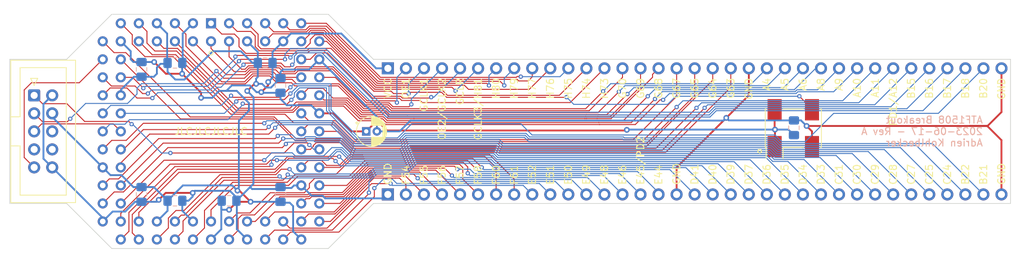
<source format=kicad_pcb>
(kicad_pcb (version 20221018) (generator pcbnew)
  (title_block (title "ATF1508 PLCC84 Breakout") (date "2023-06-17") (rev "A") (comment 2 "https://github.com/adrienkohlbecker/atf1508_plcc84_breakout") (comment 3 "Licensed under CERN-OHL-W v2") (comment 4 "Copyright © Adrien Kohlbecker"))
  (layers (0 "F.Cu" signal) (31 "B.Cu" signal) (34 "B.Paste" user) (35 "F.Paste" user) (36 "B.SilkS" user "B.Silkscreen") (37 "F.SilkS" user "F.Silkscreen") (38 "B.Mask" user) (39 "F.Mask" user) (44 "Edge.Cuts" user))
  (net 0 "")
  (net 1 "VCC")
  (net 2 "GND")
  (net 3 "/JTAG_TCK")
  (net 4 "/JTAG_TDO")
  (net 5 "/JTAG_TMS")
  (net 9 "/JTAG_TDI")
  (net 10 "/I{slash}OE1")
  (net 11 "/I{slash}GCLK1")
  (net 12 "/D40")
  (net 13 "/D39")
  (net 14 "/D37")
  (net 15 "/D36")
  (net 16 "/D34")
  (net 17 "/D33")
  (net 18 "/C31")
  (net 19 "/C29")
  (net 20 "/C28")
  (net 21 "/C27")
  (net 22 "/C24")
  (net 23 "/I{slash}GCLR")
  (net 24 "/I{slash}OE2{slash}GCLK2")
  (net 25 "/A4")
  (net 26 "/A5")
  (net 27 "/A6")
  (net 28 "/A8")
  (net 29 "/A9")
  (net 30 "/B16")
  (net 31 "/B17")
  (net 32 "/B18")
  (net 33 "/B20")
  (net 34 "/B21")
  (net 35 "/A10")
  (net 36 "/A11")
  (net 37 "/A12{slash}PD1")
  (net 38 "/B15")
  (net 39 "/B22")
  (net 40 "/C25")
  (net 41 "/C30")
  (net 42 "/D35")
  (net 43 "/D41")
  (net 44 "/E44")
  (net 45 "/E45{slash}PD2")
  (net 46 "/H81{slash}GCLK3")
  (net 47 "/H80")
  (net 48 "/H79")
  (net 49 "/H77")
  (net 50 "/H76")
  (net 51 "/H75")
  (net 52 "/H74")
  (net 53 "/H73")
  (net 54 "/G70")
  (net 55 "/G69")
  (net 56 "/G68")
  (net 57 "/G67")
  (net 58 "/G65")
  (net 59 "/G64")
  (net 60 "/G63")
  (net 61 "/F61")
  (net 62 "/F60")
  (net 63 "/F58")
  (net 64 "/F57")
  (net 65 "/F56")
  (net 66 "/F55")
  (net 67 "/F54")
  (net 68 "/E52")
  (net 69 "/E51")
  (net 70 "/E50")
  (net 71 "/E49")
  (net 72 "/E48")
  (net 73 "/E46")
  (footprint "Capacitor_THT:CP_Radial_D4.0mm_P1.50mm" (layer "F.Cu") (at 126.492 62.23)
    (fp_text reference locked "C1" hide)
    (fp_text value "10u")
  )
  (footprint "Package_LCC:PLCC-84_THT-Socket" (layer "F.Cu") (at 104.648 46.99)
    (fp_text reference "U1" hide)
    (fp_text value "ATF1508AS-xJx84")
  )
  (footprint "Connector_IDC:IDC-Header_2x05_P2.54mm_Vertical" (layer "F.Cu") (at 79.756 57.15)
    (fp_text reference "J1" hide)
    (fp_text value "Atmel-JTAG-10")
  )
  (footprint "Oscillator:Oscillator_SMD_IQD_IQXO70-4Pin_7.5x5.0mm_HandSoldering" (layer "F.Cu") (at 186.6 61.782)
    (fp_text reference "X1" hide)
    (fp_text value "xMHz")
  )
  (footprint "Capacitor_SMD:C_0805_2012Metric_Pad1.18x1.45mm_HandSolder" (layer "B.Cu") (at 186.69 61.722 -90)
    (fp_text reference "C10" hide)
    (fp_text value "100n")
  )
  (footprint "Capacitor_SMD:C_0805_2012Metric_Pad1.18x1.45mm_HandSolder" (layer "B.Cu") (at 112.268 52.578 180)
    (fp_text reference "C3" hide)
    (fp_text value "100n")
  )
  (footprint "Capacitor_SMD:C_0805_2012Metric_Pad1.18x1.45mm_HandSolder" (layer "B.Cu") (at 94.869 53.4885 -90)
    (fp_text reference "C2" hide)
    (fp_text value "100n")
  )
  (footprint "Capacitor_SMD:C_0805_2012Metric_Pad1.18x1.45mm_HandSolder" (layer "B.Cu") (at 99.568 72.009)
    (fp_text reference "C9" hide)
    (fp_text value "100n")
  )
  (footprint "Capacitor_SMD:C_0805_2012Metric_Pad1.18x1.45mm_HandSolder" (layer "B.Cu") (at 94.869 71.12 -90)
    (fp_text reference "C5" hide)
    (fp_text value "100n")
  )
  (footprint "Connector_PinHeader_2.54mm:PinHeader_1x35_P2.54mm_Vertical" (layer "B.Cu") (at 129.535 71.12 -90)
    (fp_text reference "J2" hide)
    (fp_text value "Conn_01x35")
  )
  (footprint "Capacitor_SMD:C_0805_2012Metric_Pad1.18x1.45mm_HandSolder" (layer "B.Cu") (at 107.188 72.009)
    (fp_text reference "C6" hide)
    (fp_text value "100n")
  )
  (footprint "Capacitor_SMD:C_0805_2012Metric_Pad1.18x1.45mm_HandSolder" (layer "B.Cu") (at 114.427 71.12 90)
    (fp_text reference "C7" hide)
    (fp_text value "100n")
  )
  (footprint "Connector_PinHeader_2.54mm:PinHeader_1x35_P2.54mm_Vertical" (layer "B.Cu") (at 129.54 53.34 -90)
    (fp_text reference "J3" hide)
    (fp_text value "Conn_01x35")
  )
  (footprint "Capacitor_SMD:C_0805_2012Metric_Pad1.18x1.45mm_HandSolder" (layer "B.Cu") (at 114.427 55.753 90)
    (fp_text reference "C8" hide)
    (fp_text value "100n")
  )
  (footprint "Capacitor_SMD:C_0805_2012Metric_Pad1.18x1.45mm_HandSolder" (layer "B.Cu") (at 99.568 52.578 180)
    (fp_text reference "C4" hide)
    (fp_text value "100n")
  )
  (gr_circle (center 181.864 65.024) (end 182.118 65.024) (stroke (width 0.15)) (fill none) (layer "F.SilkS"))
  (gr_line (start 121.158 78.74) (end 127.508 72.39) (stroke (width 0.1)) (layer "Edge.Cuts"))
  (gr_line (start 90.678 45.72) (end 84.328 52.07) (stroke (width 0.1)) (layer "Edge.Cuts"))
  (gr_line (start 90.678 78.74) (end 121.158 78.74) (stroke (width 0.1)) (layer "Edge.Cuts"))
  (gr_line (start 217.17 72.39) (end 127.508 72.39) (stroke (width 0.1)) (layer "Edge.Cuts"))
  (gr_line (start 84.328 52.07) (end 76.327 52.07) (stroke (width 0.1)) (layer "Edge.Cuts"))
  (gr_line (start 90.678 78.74) (end 84.328 72.39) (stroke (width 0.1)) (layer "Edge.Cuts"))
  (gr_line (start 90.678 45.72) (end 121.158 45.72) (stroke (width 0.1)) (layer "Edge.Cuts"))
  (gr_line (start 217.17 52.07) (end 217.17 72.39) (stroke (width 0.1)) (layer "Edge.Cuts"))
  (gr_line (start 127.508 52.07) (end 121.158 45.72) (stroke (width 0.1)) (layer "Edge.Cuts"))
  (gr_line (start 76.327 72.39) (end 76.327 52.07) (stroke (width 0.1)) (layer "Edge.Cuts"))
  (gr_line (start 127.508 52.07) (end 217.17 52.07) (stroke (width 0.1)) (layer "Edge.Cuts"))
  (gr_line (start 84.328 72.39) (end 76.327 72.39) (stroke (width 0.1)) (layer "Edge.Cuts"))
  (gr_text "ATF1508 Breakout\n2023-06-17 - Rev A\nAdrien Kohlbecker" (at 213.36 62.23) (layer "B.SilkS") (effects (font (size 1 1)) (justify left mirror)))
  (gr_text "B15" (at 203.2 54.61 90) (layer "F.SilkS") (effects (font (size 1 1)) (justify right)))
  (gr_text "D40" (at 175.26 69.85 90) (layer "F.SilkS") (effects (font (size 1 1)) (justify left)))
  (gr_text "H77" (at 149.86 54.61 90) (layer "F.SilkS") (effects (font (size 1 1)) (justify right)))
  (gr_text "C27" (at 203.2 69.85 90) (layer "F.SilkS") (effects (font (size 1 1)) (justify left)))
  (gr_text "GND" (at 215.9 69.85 90) (layer "F.SilkS") (effects (font (size 1 1)) (justify left)))
  (gr_text "H74" (at 157.48 54.61 90) (layer "F.SilkS") (effects (font (size 1 1)) (justify right)))
  (gr_text "C25" (at 205.74 69.85 90) (layer "F.SilkS") (effects (font (size 1 1)) (justify left)))
  (gr_text "OE1" (at 132.08 54.61 90) (layer "F.SilkS") (effects (font (size 1 1)) (justify right)))
  (gr_text "GCLK3/H81" (at 142.24 54.61 90) (layer "F.SilkS") (effects (font (size 1 1)) (justify right)))
  (gr_text "D39" (at 177.8 69.85 90) (layer "F.SilkS") (effects (font (size 1 1)) (justify left)))
  (gr_text "C24" (at 208.28 69.85 90) (layer "F.SilkS") (effects (font (size 1 1)) (justify left)))
  (gr_text "GND" (at 170.18 69.85 90) (layer "F.SilkS") (effects (font (size 1 1)) (justify left)))
  (gr_text "F57" (at 139.7 69.85 90) (layer "F.SilkS") (effects (font (size 1 1)) (justify left)))
  (gr_text "JLCJLCJLCJLC" (at 104.648 62.23) (layer "F.SilkS") (effects (font (size 1 1))))
  (gr_text "F60" (at 144.78 69.85 90) (layer "F.SilkS") (effects (font (size 1 1)) (justify left)))
  (gr_text "GCLR" (at 139.7 54.61 90) (layer "F.SilkS") (effects (font (size 1 1)) (justify right)))
  (gr_text "VCC" (at 129.54 54.61 90) (layer "F.SilkS") (effects (font (size 1 1)) (justify right)))
  (gr_text "E45/PD2" (at 165.1 69.85 90) (layer "F.SilkS") (effects (font (size 1 1)) (justify left)))
  (gr_text "C31" (at 193.04 69.85 90) (layer "F.SilkS") (effects (font (size 1 1)) (justify left)))
  (gr_text "B22" (at 210.82 69.85 90) (layer "F.SilkS") (effects (font (size 1 1)) (justify left)))
  (gr_text "B17" (at 208.28 54.61 90) (layer "F.SilkS") (effects (font (size 1 1)) (justify right)))
  (gr_text "F54" (at 132.08 69.85 90) (layer "F.SilkS") (effects (font (size 1 1)) (justify left)))
  (gr_text "D33" (at 190.5 69.85 90) (layer "F.SilkS") (effects (font (size 1 1)) (justify left)))
  (gr_text "F61" (at 147.32 69.85 90) (layer "F.SilkS") (effects (font (size 1 1)) (justify left)))
  (gr_text "G64" (at 175.26 54.61 90) (layer "F.SilkS") (effects (font (size 1 1)) (justify right)))
  (gr_text "OE2/GCLK2" (at 137.16 54.61 90) (layer "F.SilkS") (effects (font (size 1 1)) (justify right)))
  (gr_text "C29" (at 198.12 69.85 90) (layer "F.SilkS") (effects (font (size 1 1)) (justify left)))
  (gr_text "H75" (at 154.94 54.61 90) (layer "F.SilkS") (effects (font (size 1 1)) (justify right)))
  (gr_text "G68" (at 167.64 54.61 90) (layer "F.SilkS") (effects (font (size 1 1)) (justify right)))
  (gr_text "F56" (at 137.16 69.85 90) (layer "F.SilkS") (effects (font (size 1 1)) (justify left)))
  (gr_text "B20" (at 213.36 54.61 90) (layer "F.SilkS") (effects (font (size 1 1)) (justify right)))
  (gr_text "E51" (at 152.4 69.85 90) (layer "F.SilkS") (effects (font (size 1 1)) (justify left)))
  (gr_text "D37" (at 180.34 69.85 90) (layer "F.SilkS") (effects (font (size 1 1)) (justify left)))
  (gr_text "G65" (at 172.72 54.61 90) (layer "F.SilkS") (effects (font (size 1 1)) (justify right)))
  (gr_text "E46" (at 162.56 69.85 90) (layer "F.SilkS") (effects (font (size 1 1)) (justify left)))
  (gr_text "PD1/A12" (at 200.66 54.61 90) (layer "F.SilkS") (effects (font (size 1 1)) (justify right)))
  (gr_text "A9" (at 193.04 54.61 90) (layer "F.SilkS") (effects (font (size 1 1)) (justify right)))
  (gr_text "G69" (at 165.1 54.61 90) (layer "F.SilkS") (effects (font (size 1 1)) (justify right)))
  (gr_text "G67" (at 170.18 54.61 90) (layer "F.SilkS") (effects (font (size 1 1)) (justify right)))
  (gr_text "E52" (at 149.86 69.85 90) (layer "F.SilkS") (effects (font (size 1 1)) (justify left)))
  (gr_text "A10" (at 195.58 54.61 90) (layer "F.SilkS") (effects (font (size 1 1)) (justify right)))
  (gr_text "G63" (at 177.8 54.61 90) (layer "F.SilkS") (effects (font (size 1 1)) (justify right)))
  (gr_text "C28" (at 200.66 69.85 90) (layer "F.SilkS") (effects (font (size 1 1)) (justify left)))
  (gr_text "A4" (at 182.88 54.61 90) (layer "F.SilkS") (effects (font (size 1 1)) (justify right)))
  (gr_text "D34" (at 187.96 69.85 90) (layer "F.SilkS") (effects (font (size 1 1)) (justify left)))
  (gr_text "E44" (at 167.64 69.85 90) (layer "F.SilkS") (effects (font (size 1 1)) (justify left)))
  (gr_text "F55" (at 134.62 69.85 90) (layer "F.SilkS") (effects (font (size 1 1)) (justify left)))
  (gr_text "F58" (at 142.24 69.85 90) (layer "F.SilkS") (effects (font (size 1 1)) (justify left)))
  (gr_text "GND" (at 180.34 54.61 90) (layer "F.SilkS") (effects (font (size 1 1)) (justify right)))
  (gr_text "A5" (at 185.42 54.61 90) (layer "F.SilkS") (effects (font (size 1 1)) (justify right)))
  (gr_text "D35" (at 185.42 69.85 90) (layer "F.SilkS") (effects (font (size 1 1)) (justify left)))
  (gr_text "A6" (at 187.96 54.61 90) (layer "F.SilkS") (effects (font (size 1 1)) (justify right)))
  (gr_text "A11" (at 198.12 54.61 90) (layer "F.SilkS") (effects (font (size 1 1)) (justify right)))
  (gr_text "H79" (at 147.32 54.61 90) (layer "F.SilkS") (effects (font (size 1 1)) (justify right)))
  (gr_text "D36" (at 182.88 69.85 90) (layer "F.SilkS") (effects (font (size 1 1)) (justify left)))
  (gr_text "B18" (at 210.82 54.61 90) (layer "F.SilkS") (effects (font (size 1 1)) (justify right)))
  (gr_text "GND" (at 129.54 69.85 90) (layer "F.SilkS") (effects (font (size 1 1)) (justify left)))
  (gr_text "E49" (at 157.48 69.85 90) (layer "F.SilkS") (effects (font (size 1 1)) (justify left)))
  (gr_text "A8" (at 190.5 54.61 90) (layer "F.SilkS") (effects (font (size 1 1)) (justify right)))
  (gr_text "GCLK1" (at 134.62 54.61 90) (layer "F.SilkS") (effects (font (size 1 1)) (justify right)))
  (gr_text "H76" (at 152.4 54.61 90) (layer "F.SilkS") (effects (font (size 1 1)) (justify right)))
  (gr_text "E48" (at 160.02 69.85 90) (layer "F.SilkS") (effects (font (size 1 1)) (justify left)))
  (gr_text "B21" (at 213.36 69.85 90) (layer "F.SilkS") (effects (font (size 1 1)) (justify left)))
  (gr_text "H80" (at 144.78 54.61 90) (layer "F.SilkS") (effects (font (size 1 1)) (justify right)))
  (gr_text "E50" (at 154.94 69.85 90) (layer "F.SilkS") (effects (font (size 1 1)) (justify left)))
  (gr_text "C30" (at 195.58 69.85 90) (layer "F.SilkS") (effects (font (size 1 1)) (justify left)))
  (gr_text "B16" (at 205.74 54.61 90) (layer "F.SilkS") (effects (font (size 1 1)) (justify right)))
  (gr_text "H73" (at 160.02 54.61 90) (layer "F.SilkS") (effects (font (size 1 1)) (justify right)))
  (gr_text "D41" (at 172.72 69.85 90) (layer "F.SilkS") (effects (font (size 1 1)) (justify left)))
  (gr_text "G70" (at 162.56 54.61 90) (layer "F.SilkS") (effects (font (size 1 1)) (justify right)))
  (gr_text "GND" (at 215.9 54.61 90) (layer "F.SilkS") (effects (font (size 1 1)) (justify right)))
  (segment (start 108.637332 70.58033) (end 108.369643 70.58033) (width 0.254) (layer "F.Cu") (net 1))
  (segment (start 124.333 62.23) (end 121.793 59.69) (width 0.254) (layer "F.Cu") (net 1))
  (segment (start 103.251 56.769) (end 103.251 57.49235) (width 0.254) (layer "F.Cu") (net 1))
  (segment (start 129.410402 62.103) (end 163.08075 62.103) (width 0.254) (layer "F.Cu") (net 1))
  (segment (start 126.492 62.23) (end 127.546967 61.175033) (width 0.254) (layer "F.Cu") (net 1))
  (segment (start 96.647 52.451) (end 98.298 54.102) (width 0.254) (layer "F.Cu") (net 1))
  (segment (start 112.695228 55.729994) (end 111.725245 56.699977) (width 0.254) (layer "F.Cu") (net 1))
  (segment (start 184.023 61.976) (end 183.97 61.923) (width 0.254) (layer "F.Cu") (net 1))
  (segment (start 108.309501 72.157499) (end 107.188 73.279) (width 0.254) (layer "F.Cu") (net 1))
  (segment (start 98.298 54.102) (end 100.584 54.102) (width 0.254) (layer "F.Cu") (net 1))
  (segment (start 126.492 62.23) (end 124.333 62.23) (width 0.254) (layer "F.Cu") (net 1))
  (segment (start 110.214501 72.157499) (end 108.637332 70.58033) (width 0.254) (layer "F.Cu") (net 1))
  (segment (start 112.695228 55.269703) (end 112.695228 55.729994) (width 0.254) (layer "F.Cu") (net 1))
  (segment (start 183.97 61.923) (end 183.97 59.182) (width 0.254) (layer "F.Cu") (net 1))
  (segment (start 110.214501 72.157499) (end 108.309501 72.157499) (width 0.254) (layer "F.Cu") (net 1))
  (segment (start 100.584 54.102) (end 103.251 56.769) (width 0.254) (layer "F.Cu") (net 1))
  (segment (start 184.023 61.976) (end 184.023 64.329) (width 0.254) (layer "F.Cu") (net 1))
  (segment (start 121.793 59.69) (end 119.888 59.69) (width 0.254) (layer "F.Cu") (net 1))
  (segment (start 163.08075 62.103) (end 163.1696 62.01415) (width 0.254) (layer "F.Cu") (net 1))
  (segment (start 127.546967 61.175033) (end 128.482435 61.175033) (width 0.254) (layer "F.Cu") (net 1))
  (segment (start 128.482435 61.175033) (end 129.410402 62.103) (width 0.254) (layer "F.Cu") (net 1))
  (via (at 96.647 52.451) (size 0.8) (drill 0.4) (layers "F.Cu" "B.Cu") (net 1))
  (via (at 112.695228 55.269703) (size 0.8) (drill 0.4) (layers "F.Cu" "B.Cu") (net 1))
  (via (at 100.584 54.102) (size 0.8) (drill 0.4) (layers "F.Cu" "B.Cu") (net 1))
  (via (at 110.214501 72.157499) (size 0.8) (drill 0.4) (layers "F.Cu" "B.Cu") (net 1))
  (via (at 163.1696 62.01415) (size 0.8) (drill 0.4) (layers "F.Cu" "B.Cu") (net 1))
  (via (at 107.188 73.279) (size 0.8) (drill 0.4) (layers "F.Cu" "B.Cu") (net 1))
  (via (at 108.369643 70.58033) (size 0.8) (drill 0.4) (layers "F.Cu" "B.Cu") (net 1))
  (via (at 184.023 61.976) (size 0.8) (drill 0.4) (layers "F.Cu" "B.Cu") (net 1))
  (via (at 111.725245 56.699977) (size 0.8) (drill 0.4) (layers "F.Cu" "B.Cu") (net 1))
  (via (at 103.251 57.49235) (size 0.8) (drill 0.4) (layers "F.Cu" "B.Cu") (net 1))
  (segment (start 114.808 49.53) (end 113.3055 51.0325) (width 0.254) (layer "B.Cu") (net 1))
  (segment (start 107.639313 69.85) (end 108.369643 70.58033) (width 0.254) (layer "B.Cu") (net 1))
  (segment (start 106.0958 72.3177) (end 106.0958 72.9742) (width 0.254) (layer "B.Cu") (net 1))
  (segment (start 113.3055 52.578) (end 113.3055 54.659431) (width 0.254) (layer "B.Cu") (net 1))
  (segment (start 108.5635 60.7275) (end 109.982 59.309) (width 0.254) (layer "B.Cu") (net 1))
  (segment (start 106.0958 73.2028) (end 106.0958 72.9742) (width 0.254) (layer "B.Cu") (net 1))
  (segment (start 186.69 62.7595) (end 185.9065 61.976) (width 0.254) (layer "B.Cu") (net 1))
  (segment (start 92.044805 68.4022) (end 90.5002 68.4022) (width 0.254) (layer "B.Cu") (net 1))
  (segment locked (start 94.869 70.0825) (end 93.725105 70.0825) (width 0.254) (layer "B.Cu") (net 1))
  (segment (start 93.345 52.07) (end 93.726 52.451) (width 0.254) (layer "B.Cu") (net 1))
  (segment (start 89.408 67.31) (end 82.296 60.198) (width 0.254) (layer "B.Cu") (net 1))
  (segment locked (start 113.3055 51.0325) (end 113.3055 52.578) (width 0.254) (layer "B.Cu") (net 1))
  (segment locked (start 114.427 56.7905) (end 114.427 57.658) (width 0.254) (layer "B.Cu") (net 1))
  (segment (start 90.5002 68.4022) (end 89.408 67.31) (width 0.254) (layer "B.Cu") (net 1))
  (segment (start 108.267999 56.515499) (end 106.806501 56.515499) (width 0.254) (layer "B.Cu") (net 1))
  (segment (start 94.869 52.451) (end 96.647 52.451) (width 0.254) (layer "B.Cu") (net 1))
  (segment (start 107.569 55.753) (end 110.102409 55.753) (width 0.254) (layer "B.Cu") (net 1))
  (segment (start 100.6602 48.4378) (end 102.108 46.99) (width 0.254) (layer "B.Cu") (net 1))
  (segment (start 163.20775 61.976) (end 163.1696 62.01415) (width 0.254) (layer "B.Cu") (net 1))
  (segment (start 109.982 58.2295) (end 108.267999 56.515499) (width 0.254) (layer "B.Cu") (net 1))
  (segment (start 114.427 57.658) (end 115.316 58.547) (width 0.254) (layer "B.Cu") (net 1))
  (segment (start 105.790501 56.515499) (end 104.81365 57.49235) (width 0.254) (layer "B.Cu") (net 1))
  (segment (start 96.604 70.0825) (end 94.869 70.0825) (width 0.254) (layer "B.Cu") (net 1))
  (segment (start 127.889 53.34) (end 122.9868 48.4378) (width 0.254) (layer "B.Cu") (net 1))
  (segment (start 129.54 53.34) (end 127.889 53.34) (width 0.254) (layer "B.Cu") (net 1))
  (segment (start 98.5305 73.4275) (end 97.028 74.93) (width 0.254) (layer "B.Cu") (net 1))
  (segment (start 104.81365 57.49235) (end 103.251 57.49235) (width 0.254) (layer "B.Cu") (net 1))
  (segment (start 111.815768 56.7905) (end 111.725245 56.699977) (width 0.254) (layer "B.Cu") (net 1))
  (segment (start 113.3055 54.659431) (end 112.695228 55.269703) (width 0.254) (layer "B.Cu") (net 1))
  (segment (start 118.745 58.547) (end 119.888 59.69) (width 0.254) (layer "B.Cu") (net 1))
  (segment (start 111.049386 56.699977) (end 111.725245 56.699977) (width 0.254) (layer "B.Cu") (net 1))
  (segment (start 185.9065 61.976) (end 184.023 61.976) (width 0.254) (layer "B.Cu") (net 1))
  (segment (start 114.427 56.7905) (end 111.815768 56.7905) (width 0.254) (layer "B.Cu") (net 1))
  (segment (start 115.7185 72.2845) (end 116.205 72.771) (width 0.254) (layer "B.Cu") (net 1))
  (segment (start 109.982 59.309) (end 109.982 58.2295) (width 0.254) (layer "B.Cu") (net 1))
  (segment (start 93.345 50.927) (end 91.948 49.53) (width 0.254) (layer "B.Cu") (net 1))
  (segment (start 107.188 73.279) (end 106.172 73.279) (width 0.254) (layer "B.Cu") (net 1))
  (segment (start 93.725105 70.0825) (end 92.044805 68.4022) (width 0.254) (layer "B.Cu") (net 1))
  (segment (start 106.0958 76.0222) (end 104.648 77.47) (width 0.254) (layer "B.Cu") (net 1))
  (segment (start 100.584 54.102) (end 100.584 52.5995) (width 0.254) (layer "B.Cu") (net 1))
  (segment (start 100.6602 52.5233) (end 100.6602 48.4378) (width 0.254) (layer "B.Cu") (net 1))
  (segment (start 116.205 76.327) (end 117.348 77.47) (width 0.254) (layer "B.Cu") (net 1))
  (segment (start 115.316 58.547) (end 118.745 58.547) (width 0.254) (layer "B.Cu") (net 1))
  (segment (start 94.869 52.451) (end 93.726 52.451) (width 0.254) (layer "B.Cu") (net 1))
  (segment (start 93.345 50.927) (end 93.345 52.07) (width 0.254) (layer "B.Cu") (net 1))
  (segment (start 106.172 73.279) (end 106.0958 73.2028) (width 0.254) (layer "B.Cu") (net 1))
  (segment (start 116.205 72.771) (end 116.205 76.327) (width 0.254) (layer "B.Cu") (net 1))
  (segment (start 114.554 72.2845) (end 115.7185 72.2845) (width 0.254) (layer "B.Cu") (net 1))
  (segment (start 108.369643 70.58033) (end 108.369643 70.319357) (width 0.254) (layer "B.Cu") (net 1))
  (segment (start 100.6895 69.85) (end 107.639313 69.85) (width 0.254) (layer "B.Cu") (net 1))
  (segment (start 106.806501 56.515499) (end 105.790501 56.515499) (width 0.254) (layer "B.Cu") (net 1))
  (segment (start 98.5305 72.009) (end 100.6895 69.85) (width 0.254) (layer "B.Cu") (net 1))
  (segment (start 106.806501 56.515499) (end 107.569 55.753) (width 0.254) (layer "B.Cu") (net 1))
  (segment (start 98.5305 72.009) (end 96.604 70.0825) (width 0.254) (layer "B.Cu") (net 1))
  (segment (start 115.9002 48.4378) (end 114.808 49.53) (width 0.254) (layer "B.Cu") (net 1))
  (segment (start 106.0958 72.9742) (end 106.0958 76.0222) (width 0.254) (layer "B.Cu") (net 1))
  (segment (start 108.369643 70.319357) (end 108.5635 70.1255) (width 0.254) (layer "B.Cu") (net 1))
  (segment (start 122.9868 48.4378) (end 115.9002 48.4378) (width 0.254) (layer "B.Cu") (net 1))
  (segment (start 110.102409 55.753) (end 111.049386 56.699977) (width 0.254) (layer "B.Cu") (net 1))
  (segment (start 108.5635 70.1255) (end 108.5635 60.7275) (width 0.254) (layer "B.Cu") (net 1))
  (segment locked (start 98.5305 72.009) (end 98.5305 73.4275) (width 0.254) (layer "B.Cu") (net 1))
  (segment (start 184.023 61.976) (end 163.20775 61.976) (width 0.254) (layer "B.Cu") (net 1))
  (segment (start 114.427 72.1575) (end 110.214501 72.157499) (width 0.254) (layer "B.Cu") (net 1))
  (segment (start 215.9 59.5072) (end 213.9392 61.468) (width 0.254) (layer "F.Cu") (net 2))
  (segment (start 170.175 67.315) (end 177.165 60.325) (width 0.254) (layer "F.Cu") (net 2))
  (segment (start 188.468 61.468) (end 211.4296 61.468) (width 0.254) (layer "F.Cu") (net 2))
  (segment (start 215.895 63.4696) (end 215.895 71.12) (width 0.254) (layer "F.Cu") (net 2))
  (segment (start 215.9 53.34) (end 215.9 59.5072) (width 0.254) (layer "F.Cu") (net 2))
  (segment (start 189.23 62.23) (end 189.23 64.382) (width 0.254) (layer "F.Cu") (net 2))
  (segment (start 188.468 61.468) (end 189.23 62.23) (width 0.254) (layer "F.Cu") (net 2))
  (segment (start 211.4296 61.468) (end 213.9392 61.468) (width 0.254) (layer "F.Cu") (net 2))
  (segment (start 110.755602 55.5244) (end 110.998 55.5244) (width 0.254) (layer "F.Cu") (net 2))
  (segment (start 211.4296 61.468) (end 213.8934 61.468) (width 0.254) (layer "F.Cu") (net 2))
  (segment (start 109.746502 56.5335) (end 110.755602 55.5244) (width 0.254) (layer "F.Cu") (net 2))
  (segment (start 98.267972 70.903) (end 97.285486 71.885486) (width 0.254) (layer "F.Cu") (net 2))
  (segment (start 180.34 57.15) (end 180.34 53.34) (width 0.254) (layer "F.Cu") (net 2))
  (segment (start 102.071 70.903) (end 98.267972 70.903) (width 0.254) (layer "F.Cu") (net 2))
  (segment (start 170.175 71.12) (end 170.175 67.315) (width 0.254) (layer "F.Cu") (net 2))
  (segment (start 177.165 60.325) (end 180.34 57.15) (width 0.254) (layer "F.Cu") (net 2))
  (segment (start 213.8934 61.468) (end 215.895 63.4696) (width 0.254) (layer "F.Cu") (net 2))
  (via (at 188.468 61.468) (size 0.8) (drill 0.4) (layers "F.Cu" "B.Cu") (net 2))
  (via (at 109.746502 56.5335) (size 0.8) (drill 0.4) (layers "F.Cu" "B.Cu") (net 2))
  (via (at 110.998 55.5244) (size 0.8) (drill 0.4) (layers "F.Cu" "B.Cu") (net 2))
  (via (at 102.071 70.903) (size 0.8) (drill 0.4) (layers "F.Cu" "B.Cu") (net 2))
  (via (at 177.165 60.325) (size 0.8) (drill 0.4) (layers "F.Cu" "B.Cu") (net 2))
  (via (at 97.285486 71.885486) (size 0.8) (drill 0.4) (layers "F.Cu" "B.Cu") (net 2))
  (segment (start 128.981 71.674) (end 120.716605 71.674) (width 0.254) (layer "B.Cu") (net 2))
  (segment (start 127.992 62.23) (end 131.188402 62.23) (width 0.254) (layer "B.Cu") (net 2))
  (segment (start 110.617 69.6175) (end 110.617 61.8705) (width 0.254) (layer "B.Cu") (net 2))
  (segment (start 100.905459 54.921649) (end 99.625649 54.921649) (width 0.254) (layer "B.Cu") (net 2))
  (segment (start 120.716605 71.674) (end 120.340405 71.2978) (width 0.254) (layer "B.Cu") (net 2))
  (segment (start 110.4275 70.358) (end 110.152 70.0825) (width 0.254) (layer "B.Cu") (net 2))
  (segment (start 100.6055 73.4275) (end 102.108 74.93) (width 0.254) (layer "B.Cu") (net 2))
  (segment (start 112.353812 56.050703) (end 113.091797 56.050703) (width 0.254) (layer "B.Cu") (net 2))
  (segment (start 113.091797 56.050703) (end 114.427 54.7155) (width 0.254) (layer "B.Cu") (net 2))
  (segment (start 111.827509 55.5244) (end 110.998 55.5244) (width 0.254) (layer "B.Cu") (net 2))
  (segment (start 111.2305 52.578) (end 110.49 52.578) (width 0.254) (layer "B.Cu") (net 2))
  (segment (start 102.362 70.612) (end 102.071 70.903) (width 0.254) (layer "B.Cu") (net 2))
  (segment (start 116.332 69.85) (end 117.348 69.85) (width 0.254) (layer "B.Cu") (net 2))
  (segment (start 81.065 66.079) (end 81.065 58.381) (width 0.254) (layer "B.Cu") (net 2))
  (segment (start 92.583 73.533) (end 90.805 73.533) (width 0.254) (layer "B.Cu") (net 2))
  (segment (start 93.9585 72.1575) (end 92.583 73.533) (width 0.254) (layer "B.Cu") (net 2))
  (segment (start 97.013472 72.1575) (end 97.285486 71.885486) (width 0.254) (layer "B.Cu") (net 2))
  (segment (start 94.869 54.526) (end 96.604 54.526) (width 0.254) (layer "B.Cu") (net 2))
  (segment locked (start 111.2305 52.578) (end 111.2305 51.0325) (width 0.254) (layer "B.Cu") (net 2))
  (segment (start 118.7958 71.2978) (end 117.348 69.85) (width 0.254) (layer "B.Cu") (net 2))
  (segment (start 114.1515 70.358) (end 110.4275 70.358) (width 0.254) (layer "B.Cu") (net 2))
  (segment (start 110.998 54.7878) (end 111.2305 54.5553) (width 0.254) (layer "B.Cu") (net 2))
  (segment (start 177.165 60.325) (end 177.5245 60.6845) (width 0.254) (layer "B.Cu") (net 2))
  (segment (start 98.5305 53.8265) (end 98.5305 52.578) (width 0.254) (layer "B.Cu") (net 2))
  (segment (start 110.6385 57.4255) (end 109.746502 56.5335) (width 0.254) (layer "B.Cu") (net 2))
  (segment (start 132.712402 60.706) (end 176.784 60.706) (width 0.254) (layer "B.Cu") (net 2))
  (segment (start 120.340405 71.2978) (end 118.7958 71.2978) (width 0.254) (layer "B.Cu") (net 2))
  (segment (start 114.7572 53.5178) (end 118.4402 53.5178) (width 0.254) (layer "B.Cu") (net 2))
  (segment (start 115.9725 70.2095) (end 116.332 69.85) (width 0.254) (layer "B.Cu") (net 2))
  (segment (start 99.625649 54.921649) (end 98.5305 53.8265) (width 0.254) (layer "B.Cu") (net 2))
  (segment (start 112.353812 56.050703) (end 111.827509 55.5244) (width 0.254) (layer "B.Cu") (net 2))
  (segment locked (start 100.6055 72.009) (end 100.6055 73.4275) (width 0.254) (layer "B.Cu") (net 2))
  (segment (start 91.948 57.15) (end 91.948 56.388) (width 0.254) (layer "B.Cu") (net 2))
  (segment (start 102.071 70.903) (end 102.071 71.411) (width 0.254) (layer "B.Cu") (net 2))
  (segment (start 110.6385 61.849) (end 110.6385 57.4255) (width 0.254) (layer "B.Cu") (net 2))
  (segment (start 108.8435 50.9315) (end 104.895608 50.9315) (width 0.254) (layer "B.Cu") (net 2))
  (segment (start 96.604 54.526) (end 97.028 54.102) (width 0.254) (layer "B.Cu") (net 2))
  (segment (start 104.895608 50.9315) (end 100.905459 54.921649) (width 0.254) (layer "B.Cu") (net 2))
  (segment (start 110.998 55.5244) (end 110.998 54.7878) (width 0.254) (layer "B.Cu") (net 2))
  (segment (start 98.4758 48.4378) (end 98.4758 52.5233) (width 0.254) (layer "B.Cu") (net 2))
  (segment locked (start 114.427 54.7155) (end 114.427 53.848) (width 0.254) (layer "B.Cu") (net 2))
  (segment locked (start 94.869 72.1575) (end 93.9585 72.1575) (width 0.254) (layer "B.Cu") (net 2))
  (segment (start 114.554 70.2095) (end 115.9725 70.2095) (width 0.254) (layer "B.Cu") (net 2))
  (segment (start 187.6845 60.6845) (end 188.468 61.468) (width 0.254) (layer "B.Cu") (net 2))
  (segment (start 108.2802 76.0222) (end 109.728 77.47) (width 0.254) (layer "B.Cu") (net 2))
  (segment (start 81.065 58.381) (end 82.296 57.15) (width 0.254) (layer "B.Cu") (net 2))
  (segment (start 114.427 53.848) (end 114.7572 53.5178) (width 0.254) (layer "B.Cu") (net 2))
  (segment (start 82.296 67.31) (end 89.408 74.422) (width 0.254) (layer "B.Cu") (net 2))
  (segment (start 90.805 73.533) (end 89.408 74.93) (width 0.254) (layer "B.Cu") (net 2))
  (segment (start 107.297519 70.612) (end 102.362 70.612) (width 0.254) (layer "B.Cu") (net 2))
  (segment (start 177.5245 60.6845) (end 186.69 60.6845) (width 0.254) (layer "B.Cu") (net 2))
  (segment (start 101.473 72.009) (end 100.6055 72.009) (width 0.254) (layer "B.Cu") (net 2))
  (segment (start 102.071 71.411) (end 101.473 72.009) (width 0.254) (layer "B.Cu") (net 2))
  (segment (start 97.536 52.705) (end 98.4035 52.705) (width 0.254) (layer "B.Cu") (net 2))
  (segment (start 127.992 60.174) (end 119.888 52.07) (width 0.254) (layer "B.Cu") (net 2))
  (segment (start 97.028 54.102) (end 97.028 53.213) (width 0.254) (layer "B.Cu") (net 2))
  (segment (start 108.2255 71.539981) (end 107.297519 70.612) (width 0.254) (layer "B.Cu") (net 2))
  (segment (start 94.869 72.1575) (end 97.013472 72.1575) (width 0.254) (layer "B.Cu") (net 2))
  (segment (start 118.4402 53.5178) (end 119.888 52.07) (width 0.254) (layer "B.Cu") (net 2))
  (segment (start 91.948 56.388) (end 93.81 54.526) (width 0.254) (layer "B.Cu") (net 2))
  (segment (start 110.49 52.578) (end 108.8435 50.9315) (width 0.254) (layer "B.Cu") (net 2))
  (segment (start 127.992 62.23) (end 127.992 60.174) (width 0.254) (layer "B.Cu") (net 2))
  (segment (start 111.2305 54.5553) (end 111.2305 52.578) (width 0.254) (layer "B.Cu") (net 2))
  (segment (start 110.152 70.0825) (end 110.617 69.6175) (width 0.254) (layer "B.Cu") (net 2))
  (segment (start 93.81 54.526) (end 94.869 54.526) (width 0.254) (layer "B.Cu") (net 2))
  (segment (start 82.296 67.31) (end 81.065 66.079) (width 0.254) (layer "B.Cu") (net 2))
  (segment (start 131.188402 62.23) (end 132.712402 60.706) (width 0.254) (layer "B.Cu") (net 2))
  (segment (start 186.69 60.6845) (end 187.6845 60.6845) (width 0.254) (layer "B.Cu") (net 2))
  (segment (start 108.2802 72.3177) (end 108.2802 76.0222) (width 0.254) (layer "B.Cu") (net 2))
  (segment (start 97.028 53.213) (end 97.536 52.705) (width 0.254) (layer "B.Cu") (net 2))
  (segment (start 111.2305 51.0325) (end 109.728 49.53) (width 0.254) (layer "B.Cu") (net 2))
  (segment (start 176.784 60.706) (end 177.165 60.325) (width 0.254) (layer "B.Cu") (net 2))
  (segment (start 110.152 70.0825) (end 108.2255 72.009) (width 0.254) (layer "B.Cu") (net 2))
  (segment (start 97.028 46.99) (end 98.4758 48.4378) (width 0.254) (layer "B.Cu") (net 2))
  (segment (start 114.935 65.278) (end 98.933 65.278) (width 0.1397) (layer "F.Cu") (net 3))
  (segment (start 86.868 60.833) (end 84.35885 58.32385) (width 0.1397) (layer "F.Cu") (net 3))
  (segment (start 93.091 60.833) (end 86.868 60.833) (width 0.1397) (layer "F.Cu") (net 3))
  (segment (start 118.491 64.135) (end 118.20525 63.84925) (width 0.1397) (layer "F.Cu") (net 3))
  (segment (start 80.92985 58.32385) (end 79.756 57.15) (width 0.1397) (layer "F.Cu") (net 3))
  (segment (start 116.36375 63.84925) (end 114.935 65.278) (width 0.1397) (layer "F.Cu") (net 3))
  (segment (start 93.472 61.214) (end 93.091 60.833) (width 0.1397) (layer "F.Cu") (net 3))
  (segment (start 84.35885 58.32385) (end 80.92985 58.32385) (width 0.1397) (layer "F.Cu") (net 3))
  (segment (start 118.20525 63.84925) (end 116.36375 63.84925) (width 0.1397) (layer "F.Cu") (net 3))
  (via (at 98.933 65.278) (size 0.6) (drill 0.3) (layers "F.Cu" "B.Cu") (net 3))
  (via (at 118.491 64.135) (size 0.6) (drill 0.3) (layers "F.Cu" "B.Cu") (net 3))
  (via (at 93.472 61.214) (size 0.6) (drill 0.3) (layers "F.Cu" "B.Cu") (net 3))
  (segment (start 97.663 65.278) (end 93.599 61.214) (width 0.1397) (layer "B.Cu") (net 3))
  (segment (start 98.933 65.278) (end 97.663 65.278) (width 0.1397) (layer "B.Cu") (net 3))
  (segment (start 119.888 64.77) (end 119.126 64.77) (width 0.1397) (layer "B.Cu") (net 3))
  (segment (start 119.126 64.77) (end 118.491 64.135) (width 0.1397) (layer "B.Cu") (net 3))
  (segment (start 93.599 61.214) (end 93.472 61.214) (width 0.1397) (layer "B.Cu") (net 3))
  (segment (start 80.92985 60.86385) (end 84.42415 60.86385) (width 0.1397) (layer "F.Cu") (net 4))
  (segment (start 117.348 54.61) (end 114.173 54.61) (width 0.1397) (layer "F.Cu") (net 4))
  (segment (start 84.42415 60.86385) (end 84.836 60.452) (width 0.1397) (layer "F.Cu") (net 4))
  (segment (start 114.173 54.61) (end 113.411 53.848) (width 0.1397) (layer "F.Cu") (net 4))
  (segment (start 79.756 59.69) (end 80.92985 60.86385) (width 0.1397) (layer "F.Cu") (net 4))
  (segment (start 106.426 54.737) (end 105.41 53.721) (width 0.1397) (layer "F.Cu") (net 4))
  (segment (start 110.236 53.848) (end 109.347 54.737) (width 0.1397) (layer "F.Cu") (net 4))
  (segment (start 109.347 54.737) (end 106.426 54.737) (width 0.1397) (layer "F.Cu") (net 4))
  (segment (start 113.411 53.848) (end 110.236 53.848) (width 0.1397) (layer "F.Cu") (net 4))
  (via (at 84.836 60.452) (size 0.6) (drill 0.3) (layers "F.Cu" "B.Cu") (net 4))
  (via (at 105.41 53.721) (size 0.6) (drill 0.3) (layers "F.Cu" "B.Cu") (net 4))
  (segment (start 94.234 56.9595) (end 94.234 56.134) (width 0.1397) (layer "B.Cu") (net 4))
  (segment (start 86.995 58.293) (end 92.9005 58.293) (width 0.1397) (layer "B.Cu") (net 4))
  (segment (start 103.632 55.499) (end 105.41 53.721) (width 0.1397) (layer "B.Cu") (net 4))
  (segment (start 94.234 56.134) (end 94.869 55.499) (width 0.1397) (layer "B.Cu") (net 4))
  (segment (start 94.869 55.499) (end 103.632 55.499) (width 0.1397) (layer "B.Cu") (net 4))
  (segment (start 92.9005 58.293) (end 94.234 56.9595) (width 0.1397) (layer "B.Cu") (net 4))
  (segment (start 84.836 60.452) (end 86.995 58.293) (width 0.1397) (layer "B.Cu") (net 4))
  (segment (start 80.81555 61.17045) (end 79.756 62.23) (width 0.1397) (layer "F.Cu") (net 5))
  (segment (start 90.88845 61.17045) (end 80.81555 61.17045) (width 0.1397) (layer "F.Cu") (net 5))
  (segment (start 91.948 62.23) (end 90.88845 61.17045) (width 0.1397) (layer "F.Cu") (net 5))
  (segment (start 86.106 55.372) (end 89.408 52.07) (width 0.1397) (layer "F.Cu") (net 9))
  (segment (start 78.359 65.913) (end 78.359 56.388) (width 0.1397) (layer "F.Cu") (net 9))
  (segment (start 78.359 56.388) (end 79.375 55.372) (width 0.1397) (layer "F.Cu") (net 9))
  (segment (start 79.375 55.372) (end 86.106 55.372) (width 0.1397) (layer "F.Cu") (net 9))
  (segment (start 79.756 67.31) (end 78.359 65.913) (width 0.1397) (layer "F.Cu") (net 9))
  (segment (start 116.330589 53.467) (end 116.671238 53.126352) (width 0.1397) (layer "F.Cu") (net 10))
  (segment (start 109.432311 53.467) (end 109.913916 52.985396) (width 0.1397) (layer "F.Cu") (net 10))
  (segment (start 114.353954 52.985396) (end 114.835558 53.467) (width 0.1397) (layer "F.Cu") (net 10))
  (segment (start 107.188 49.53) (end 107.188 51.703899) (width 0.1397) (layer "F.Cu") (net 10))
  (segment (start 107.188 51.703899) (end 108.951101 53.467) (width 0.1397) (layer "F.Cu") (net 10))
  (segment (start 121.833539 53.126352) (end 126.637339 57.930151) (width 0.1397) (layer "F.Cu") (net 10))
  (segment (start 108.951101 53.467) (end 109.432311 53.467) (width 0.1397) (layer "F.Cu") (net 10))
  (segment (start 109.913916 52.985396) (end 114.353954 52.985396) (width 0.1397) (layer "F.Cu") (net 10))
  (segment (start 114.835558 53.467) (end 116.330589 53.467) (width 0.1397) (layer "F.Cu") (net 10))
  (segment (start 130.574163 57.930151) (end 130.81 58.165988) (width 0.1397) (layer "F.Cu") (net 10))
  (segment (start 126.637339 57.930151) (end 130.574163 57.930151) (width 0.1397) (layer "F.Cu") (net 10))
  (segment (start 116.671238 53.126352) (end 121.833539 53.126352) (width 0.1397) (layer "F.Cu") (net 10))
  (via (at 130.81 58.165988) (size 0.6) (drill 0.3) (layers "F.Cu" "B.Cu") (net 10))
  (segment (start 130.81 54.61) (end 130.81 58.165988) (width 0.1397) (layer "B.Cu") (net 10))
  (segment (start 132.08 53.34) (end 130.81 54.61) (width 0.1397) (layer "B.Cu") (net 10))
  (segment (start 108.331 48.133) (end 110.236 48.133) (width 0.1397) (layer "F.Cu") (net 11))
  (segment (start 118.1862 50.8254) (end 118.491001 50.5206) (width 0.1397) (layer "F.Cu") (net 11))
  (segment (start 189.23 59.055) (end 187.452 57.277) (width 0.1397) (layer "F.Cu") (net 11))
  (segment (start 121.513602 50.5206) (end 127.558802 56.5658) (width 0.1397) (layer "F.Cu") (net 11))
  (segment (start 110.236 48.133) (end 110.871 48.768) (width 0.1397) (layer "F.Cu") (net 11))
  (segment (start 154.686 57.404) (end 154.6606 57.4294) (width 0.1397) (layer "F.Cu") (net 11))
  (segment (start 129.999881 56.5658) (end 130.330081 56.896) (width 0.1397) (layer "F.Cu") (net 11))
  (segment (start 111.44885 50.86985) (end 116.85088 50.86985) (width 0.1397) (layer "F.Cu") (net 11))
  (segment (start 137.096066 56.719198) (end 132.637802 56.719198) (width 0.1397) (layer "F.Cu") (net 11))
  (segment (start 130.330081 56.896) (end 132.461 56.896) (width 0.1397) (layer "F.Cu") (net 11))
  (segment (start 116.85088 50.86985) (end 116.89533 50.8254) (width 0.1397) (layer "F.Cu") (net 11))
  (segment (start 132.637802 56.719198) (end 132.461 56.896) (width 0.1397) (layer "F.Cu") (net 11))
  (segment (start 110.871 48.768) (end 110.871 50.292) (width 0.1397) (layer "F.Cu") (net 11))
  (segment (start 107.188 46.99) (end 108.331 48.133) (width 0.1397) (layer "F.Cu") (net 11))
  (segment (start 118.491001 50.5206) (end 121.513602 50.5206) (width 0.1397) (layer "F.Cu") (net 11))
  (segment (start 154.6606 57.4294) (end 137.806268 57.4294) (width 0.1397) (layer "F.Cu") (net 11))
  (segment (start 116.89533 50.8254) (end 118.1862 50.8254) (width 0.1397) (layer "F.Cu") (net 11))
  (segment (start 137.806268 57.4294) (end 137.096066 56.719198) (width 0.1397) (layer "F.Cu") (net 11))
  (segment (start 110.871 50.292) (end 111.44885 50.86985) (width 0.1397) (layer "F.Cu") (net 11))
  (segment (start 127.558802 56.5658) (end 129.999881 56.5658) (width 0.1397) (layer "F.Cu") (net 11))
  (via (at 187.452 57.277) (size 0.6) (drill 0.3) (layers "F.Cu" "B.Cu") (net 11))
  (via (at 132.461 56.896) (size 0.6) (drill 0.3) (layers "F.Cu" "B.Cu") (net 11))
  (via (at 154.686 57.404) (size 0.6) (drill 0.3) (layers "F.Cu" "B.Cu") (net 11))
  (segment (start 168.91 58.42) (end 170.053 57.277) (width 0.1397) (layer "B.Cu") (net 11))
  (segment (start 132.461 55.499) (end 132.461 56.896) (width 0.1397) (layer "B.Cu") (net 11))
  (segment (start 134.62 53.34) (end 132.461 55.499) (width 0.1397) (layer "B.Cu") (net 11))
  (segment (start 170.053 57.277) (end 187.452 57.277) (width 0.1397) (layer "B.Cu") (net 11))
  (segment (start 154.686 57.404) (end 155.702 58.42) (width 0.1397) (layer "B.Cu") (net 11))
  (segment (start 155.702 58.42) (end 168.91 58.42) (width 0.1397) (layer "B.Cu") (net 11))
  (segment (start 106.210599 68.731901) (end 114.137152 68.731901) (width 0.1397) (layer "F.Cu") (net 12))
  (segment (start 100.457 74.041) (end 100.9015 74.041) (width 0.1397) (layer "F.Cu") (net 12))
  (segment (start 99.568 74.93) (end 100.457 74.041) (width 0.1397) (layer "F.Cu") (net 12))
  (segment (start 114.137152 68.731901) (end 114.3 68.569053) (width 0.1397) (layer "F.Cu") (net 12))
  (segment (start 100.9015 74.041) (end 106.210599 68.731901) (width 0.1397) (layer "F.Cu") (net 12))
  (via (at 114.3 68.569053) (size 0.6) (drill 0.3) (layers "F.Cu" "B.Cu") (net 12))
  (segment (start 132.433101 67.944999) (end 133.626895 66.751207) (width 0.1397) (layer "B.Cu") (net 12))
  (segment (start 115.670549 68.87535) (end 115.756349 68.78955) (width 0.1397) (layer "B.Cu") (net 12))
  (segment (start 143.852631 66.751207) (end 144.436824 67.3354) (width 0.1397) (layer "B.Cu") (net 12))
  (segment (start 133.626895 66.751207) (end 143.852631 66.751207) (width 0.1397) (layer "B.Cu") (net 12))
  (segment (start 144.436824 67.3354) (end 171.4754 67.3354) (width 0.1397) (layer "B.Cu") (net 12))
  (segment (start 171.4754 67.3354) (end 175.255 71.115) (width 0.1397) (layer "B.Cu") (net 12))
  (segment (start 127.87487 67.944999) (end 132.433101 67.944999) (width 0.1397) (layer "B.Cu") (net 12))
  (segment (start 114.3 68.569053) (end 114.606297 68.87535) (width 0.1397) (layer "B.Cu") (net 12))
  (segment (start 127.030319 68.78955) (end 127.87487 67.944999) (width 0.1397) (layer "B.Cu") (net 12))
  (segment (start 115.756349 68.78955) (end 127.030319 68.78955) (width 0.1397) (layer "B.Cu") (net 12))
  (segment (start 114.606297 68.87535) (end 115.670549 68.87535) (width 0.1397) (layer "B.Cu") (net 12))
  (segment (start 115.443 68.453) (end 115.443 68.326) (width 0.1397) (layer "F.Cu") (net 13))
  (segment (start 100.711 74.863218) (end 106.455815 69.118403) (width 0.1397) (layer "F.Cu") (net 13))
  (segment (start 99.568 77.47) (end 100.711 76.327) (width 0.1397) (layer "F.Cu") (net 13))
  (segment (start 114.777597 69.118403) (end 115.443 68.453) (width 0.1397) (layer "F.Cu") (net 13))
  (segment (start 106.455815 69.118403) (end 114.777597 69.118403) (width 0.1397) (layer "F.Cu") (net 13))
  (segment (start 100.711 76.327) (end 100.711 74.863218) (width 0.1397) (layer "F.Cu") (net 13))
  (via (at 115.443 68.326) (size 0.6) (drill 0.3) (layers "F.Cu" "B.Cu") (net 13))
  (segment (start 127.759139 67.665599) (end 132.31737 67.665599) (width 0.1397) (layer "B.Cu") (net 13))
  (segment (start 126.914587 68.51015) (end 127.759139 67.665599) (width 0.1397) (layer "B.Cu") (net 13))
  (segment (start 143.968363 66.471807) (end 144.552556 67.056) (width 0.1397) (layer "B.Cu") (net 13))
  (segment (start 115.62715 68.51015) (end 126.914587 68.51015) (width 0.1397) (layer "B.Cu") (net 13))
  (segment (start 144.552556 67.056) (end 173.731 67.056) (width 0.1397) (layer "B.Cu") (net 13))
  (segment (start 115.443 68.326) (end 115.62715 68.51015) (width 0.1397) (layer "B.Cu") (net 13))
  (segment (start 133.511164 66.471807) (end 143.968363 66.471807) (width 0.1397) (layer "B.Cu") (net 13))
  (segment (start 132.31737 67.665599) (end 133.511164 66.471807) (width 0.1397) (layer "B.Cu") (net 13))
  (segment (start 173.731 67.056) (end 177.795 71.12) (width 0.1397) (layer "B.Cu") (net 13))
  (segment (start 97.028 77.47) (end 98.64725 75.85075) (width 0.1397) (layer "F.Cu") (net 14))
  (segment (start 114.528154 67.564) (end 115.697 67.564) (width 0.1397) (layer "F.Cu") (net 14))
  (segment (start 113.766154 68.326) (end 114.528154 67.564) (width 0.1397) (layer "F.Cu") (net 14))
  (segment (start 105.918 68.326) (end 113.766154 68.326) (width 0.1397) (layer "F.Cu") (net 14))
  (segment (start 98.64725 74.455642) (end 99.721794 73.381098) (width 0.1397) (layer "F.Cu") (net 14))
  (segment (start 99.721794 73.381098) (end 100.862902 73.381098) (width 0.1397) (layer "F.Cu") (net 14))
  (segment (start 98.64725 75.85075) (end 98.64725 74.455642) (width 0.1397) (layer "F.Cu") (net 14))
  (segment (start 100.862902 73.381098) (end 105.918 68.326) (width 0.1397) (layer "F.Cu") (net 14))
  (via (at 115.697 67.564) (size 0.6) (drill 0.3) (layers "F.Cu" "B.Cu") (net 14))
  (segment (start 144.084095 66.192407) (end 144.668287 66.7766) (width 0.1397) (layer "B.Cu") (net 14))
  (segment (start 144.668287 66.7766) (end 175.9916 66.7766) (width 0.1397) (layer "B.Cu") (net 14))
  (segment (start 132.227032 67.360806) (end 133.395433 66.192407) (width 0.1397) (layer "B.Cu") (net 14))
  (segment (start 127.668799 67.360806) (end 132.227032 67.360806) (width 0.1397) (layer "B.Cu") (net 14))
  (segment (start 175.9916 66.7766) (end 180.335 71.12) (width 0.1397) (layer "B.Cu") (net 14))
  (segment (start 133.395433 66.192407) (end 144.084095 66.192407) (width 0.1397) (layer "B.Cu") (net 14))
  (segment (start 126.798855 68.23075) (end 127.668799 67.360806) (width 0.1397) (layer "B.Cu") (net 14))
  (segment (start 116.36375 68.23075) (end 126.798855 68.23075) (width 0.1397) (layer "B.Cu") (net 14))
  (segment (start 115.697 67.564) (end 116.36375 68.23075) (width 0.1397) (layer "B.Cu") (net 14))
  (segment (start 94.488 74.93) (end 94.488 73.66) (width 0.1397) (layer "F.Cu") (net 15))
  (segment (start 121.793 66.04) (end 122.174001 66.420999) (width 0.1397) (layer "F.Cu") (net 15))
  (segment (start 115.583426 66.04) (end 121.793 66.04) (width 0.1397) (layer "F.Cu") (net 15))
  (segment (start 94.488 73.66) (end 100.136749 68.011251) (width 0.1397) (layer "F.Cu") (net 15))
  (segment (start 113.612175 68.011251) (end 115.583426 66.04) (width 0.1397) (layer "F.Cu") (net 15))
  (segment (start 100.136749 68.011251) (end 113.612175 68.011251) (width 0.1397) (layer "F.Cu") (net 15))
  (via (at 122.174001 66.420999) (size 0.6) (drill 0.3) (layers "F.Cu" "B.Cu") (net 15))
  (segment (start 144.784018 66.4972) (end 144.199824 65.913007) (width 0.1397) (layer "B.Cu") (net 15))
  (segment (start 178.2572 66.4972) (end 169.675226 66.497201) (width 0.1397) (layer "B.Cu") (net 15))
  (segment (start 144.199824 65.913007) (end 133.279701 65.913007) (width 0.1397) (layer "B.Cu") (net 15))
  (segment (start 133.279701 65.913007) (end 132.111305 67.0814) (width 0.1397) (layer "B.Cu") (net 15))
  (segment (start 164.677334 66.497199) (end 144.784018 66.4972) (width 0.1397) (layer "B.Cu") (net 15))
  (segment (start 182.875 71.115) (end 178.2572 66.4972) (width 0.1397) (layer "B.Cu") (net 15))
  (segment (start 169.675224 66.497199) (end 164.677332 66.497201) (width 0.1397) (layer "B.Cu") (net 15))
  (segment (start 164.677332 66.497201) (end 164.677334 66.497199) (width 0.1397) (layer "B.Cu") (net 15))
  (segment (start 122.834402 67.0814) (end 122.174001 66.420999) (width 0.1397) (layer "B.Cu") (net 15))
  (segment (start 132.111305 67.0814) (end 122.834402 67.0814) (width 0.1397) (layer "B.Cu") (net 15))
  (segment (start 169.675226 66.497201) (end 169.675224 66.497199) (width 0.1397) (layer "B.Cu") (net 15))
  (segment (start 113.015101 66.294) (end 113.919 66.294) (width 0.1397) (layer "F.Cu") (net 16))
  (segment (start 91.948 73.787) (end 98.89165 66.84335) (width 0.1397) (layer "F.Cu") (net 16))
  (segment (start 91.948 74.93) (end 91.948 73.787) (width 0.1397) (layer "F.Cu") (net 16))
  (segment (start 98.89165 66.84335) (end 112.465751 66.84335) (width 0.1397) (layer "F.Cu") (net 16))
  (segment (start 112.465751 66.84335) (end 113.015101 66.294) (width 0.1397) (layer "F.Cu") (net 16))
  (via (at 113.919 66.294) (size 0.6) (drill 0.3) (layers "F.Cu" "B.Cu") (net 16))
  (segment (start 121.158 66.294) (end 122.371472 65.080528) (width 0.1397) (layer "B.Cu") (net 16))
  (segment (start 144.431286 65.354207) (end 145.015479 65.9384) (width 0.1397) (layer "B.Cu") (net 16))
  (segment (start 131.879843 66.5226) (end 133.048238 65.354207) (width 0.1397) (layer "B.Cu") (net 16))
  (segment (start 133.048238 65.354207) (end 144.431286 65.354207) (width 0.1397) (layer "B.Cu") (net 16))
  (segment (start 124.314573 66.5226) (end 131.879843 66.5226) (width 0.1397) (layer "B.Cu") (net 16))
  (segment (start 122.371472 65.080528) (end 122.8725 65.080528) (width 0.1397) (layer "B.Cu") (net 16))
  (segment (start 145.015479 65.9384) (end 182.7734 65.9384) (width 0.1397) (layer "B.Cu") (net 16))
  (segment (start 182.7734 65.9384) (end 187.955 71.12) (width 0.1397) (layer "B.Cu") (net 16))
  (segment (start 113.919 66.294) (end 121.158 66.294) (width 0.1397) (layer "B.Cu") (net 16))
  (segment (start 122.8725 65.080528) (end 124.314573 66.5226) (width 0.1397) (layer "B.Cu") (net 16))
  (segment (start 112.903 67.183) (end 113.157 66.929) (width 0.1397) (layer "F.Cu") (net 17))
  (segment (start 99.568 67.183) (end 112.903 67.183) (width 0.1397) (layer "F.Cu") (net 17))
  (segment (start 93.091 73.66) (end 99.568 67.183) (width 0.1397) (layer "F.Cu") (net 17))
  (segment (start 91.948 77.47) (end 93.091 76.327) (width 0.1397) (layer "F.Cu") (net 17))
  (segment (start 93.091 76.327) (end 93.091 73.66) (width 0.1397) (layer "F.Cu") (net 17))
  (via (at 113.157 66.929) (size 0.6) (drill 0.3) (layers "F.Cu" "B.Cu") (net 17))
  (segment (start 182.889132 65.659) (end 183.694987 66.464855) (width 0.1397) (layer "B.Cu") (net 17))
  (segment (start 121.086718 65.97015) (end 122.261469 64.7954) (width 0.1397) (layer "B.Cu") (net 17))
  (segment (start 113.157 66.279101) (end 113.691451 65.74465) (width 0.1397) (layer "B.Cu") (net 17))
  (segment (start 144.49621 65.024) (end 145.131211 65.659) (width 0.1397) (layer "B.Cu") (net 17))
  (segment (start 145.131211 65.659) (end 182.889132 65.659) (width 0.1397) (layer "B.Cu") (net 17))
  (segment (start 124.430304 66.2432) (end 131.764111 66.2432) (width 0.1397) (layer "B.Cu") (net 17))
  (segment (start 113.157 66.929) (end 113.157 66.279101) (width 0.1397) (layer "B.Cu") (net 17))
  (segment (start 183.694987 66.464855) (end 185.839855 66.464855) (width 0.1397) (layer "B.Cu") (net 17))
  (segment (start 122.868204 64.801128) (end 122.988232 64.801128) (width 0.1397) (layer "B.Cu") (net 17))
  (segment (start 132.983311 65.024) (end 144.49621 65.024) (width 0.1397) (layer "B.Cu") (net 17))
  (segment (start 122.988232 64.801128) (end 124.430304 66.2432) (width 0.1397) (layer "B.Cu") (net 17))
  (segment (start 113.691451 65.74465) (end 116.162944 65.74465) (width 0.1397) (layer "B.Cu") (net 17))
  (segment (start 185.839855 66.464855) (end 190.495 71.12) (width 0.1397) (layer "B.Cu") (net 17))
  (segment (start 122.261469 64.7954) (end 122.862475 64.7954) (width 0.1397) (layer "B.Cu") (net 17))
  (segment (start 116.162944 65.74465) (end 116.388444 65.97015) (width 0.1397) (layer "B.Cu") (net 17))
  (segment (start 116.388444 65.97015) (end 121.086718 65.97015) (width 0.1397) (layer "B.Cu") (net 17))
  (segment (start 131.764111 66.2432) (end 132.983311 65.024) (width 0.1397) (layer "B.Cu") (net 17))
  (segment (start 122.862475 64.7954) (end 122.868204 64.801128) (width 0.1397) (layer "B.Cu") (net 17))
  (segment (start 91.948 72.39) (end 98.044 66.294) (width 0.1397) (layer "F.Cu") (net 18))
  (segment (start 98.044 66.294) (end 112.141 66.294) (width 0.1397) (layer "F.Cu") (net 18))
  (via (at 112.141 66.294) (size 0.6) (drill 0.3) (layers "F.Cu" "B.Cu") (net 18))
  (segment (start 193.035 71.12) (end 188.100449 66.185449) (width 0.1397) (layer "B.Cu") (net 18))
  (segment (start 145.246942 65.3796) (end 144.611942 64.7446) (width 0.1397) (layer "B.Cu") (net 18))
  (segment (start 121.666 64.516) (end 120.49125 65.69075) (width 0.1397) (layer "B.Cu") (net 18))
  (segment (start 188.100449 66.185449) (end 183.914263 66.185448) (width 0.1397) (layer "B.Cu") (net 18))
  (segment (start 144.611942 64.7446) (end 132.867579 64.7446) (width 0.1397) (layer "B.Cu") (net 18))
  (segment (start 116.066525 65.253099) (end 113.181901 65.253099) (width 0.1397) (layer "B.Cu") (net 18))
  (segment (start 116.504176 65.69075) (end 116.066525 65.253099) (width 0.1397) (layer "B.Cu") (net 18))
  (segment (start 183.108417 65.3796) (end 145.246942 65.3796) (width 0.1397) (layer "B.Cu") (net 18))
  (segment (start 124.546033 65.9638) (end 123.103963 64.521728) (width 0.1397) (layer "B.Cu") (net 18))
  (segment (start 113.181901 65.253099) (end 112.141 66.294) (width 0.1397) (layer "B.Cu") (net 18))
  (segment (start 132.867579 64.7446) (end 131.648379 65.9638) (width 0.1397) (layer "B.Cu") (net 18))
  (segment (start 120.49125 65.69075) (end 116.504176 65.69075) (width 0.1397) (layer "B.Cu") (net 18))
  (segment (start 122.978206 64.516) (end 121.666 64.516) (width 0.1397) (layer "B.Cu") (net 18))
  (segment (start 183.914263 66.185448) (end 183.108417 65.3796) (width 0.1397) (layer "B.Cu") (net 18))
  (segment (start 123.103963 64.521728) (end 122.983935 64.521728) (width 0.1397) (layer "B.Cu") (net 18))
  (segment (start 131.648379 65.9638) (end 124.546033 65.9638) (width 0.1397) (layer "B.Cu") (net 18))
  (segment (start 122.983935 64.521728) (end 122.978206 64.516) (width 0.1397) (layer "B.Cu") (net 18))
  (segment (start 114.173 63.881) (end 114.808 63.246) (width 0.1397) (layer "F.Cu") (net 19))
  (segment (start 97.917 63.881) (end 114.173 63.881) (width 0.1397) (layer "F.Cu") (net 19))
  (segment (start 91.948 69.85) (end 97.917 63.881) (width 0.1397) (layer "F.Cu") (net 19))
  (via (at 114.808 63.246) (size 0.6) (drill 0.3) (layers "F.Cu" "B.Cu") (net 19))
  (segment (start 198.115 71.12) (end 192.621648 65.626648) (width 0.1397) (layer "B.Cu") (net 19))
  (segment (start 116.447793 63.4746) (end 116.219193 63.246) (width 0.1397) (layer "B.Cu") (net 19))
  (segment (start 131.416914 65.405) (end 124.777497 65.405) (width 0.1397) (layer "B.Cu") (net 19))
  (segment (start 119.23213 63.2714) (end 118.056981 63.2714) (width 0.1397) (layer "B.Cu") (net 19))
  (segment (start 132.636116 64.1858) (end 131.416914 65.405) (width 0.1397) (layer "B.Cu") (net 19))
  (segment (start 118.056981 63.2714) (end 117.85378 63.4746) (width 0.1397) (layer "B.Cu") (net 19))
  (segment (start 116.219193 63.246) (end 114.808 63.246) (width 0.1397) (layer "B.Cu") (net 19))
  (segment (start 184.145727 65.62665) (end 183.339879 64.8208) (width 0.1397) (layer "B.Cu") (net 19))
  (segment (start 144.843405 64.1858) (end 132.636116 64.1858) (width 0.1397) (layer "B.Cu") (net 19))
  (segment (start 117.85378 63.4746) (end 116.447793 63.4746) (width 0.1397) (layer "B.Cu") (net 19))
  (segment (start 124.777497 65.405) (end 122.802646 63.43015) (width 0.1397) (layer "B.Cu") (net 19))
  (segment (start 145.478406 64.8208) (end 144.843405 64.1858) (width 0.1397) (layer "B.Cu") (net 19))
  (segment (start 119.390881 63.43015) (end 119.23213 63.2714) (width 0.1397) (layer "B.Cu") (net 19))
  (segment (start 192.621648 65.626648) (end 184.145727 65.62665) (width 0.1397) (layer "B.Cu") (net 19))
  (segment (start 183.339879 64.8208) (end 145.478406 64.8208) (width 0.1397) (layer "B.Cu") (net 19))
  (segment (start 122.802646 63.43015) (end 119.390881 63.43015) (width 0.1397) (layer "B.Cu") (net 19))
  (segment (start 89.408 69.85) (end 90.32875 68.92925) (width 0.1397) (layer "F.Cu") (net 20))
  (segment (start 92.86875 67.65925) (end 97.282 63.246) (width 0.1397) (layer "F.Cu") (net 20))
  (segment (start 92.86875 67.691388) (end 92.86875 67.65925) (width 0.1397) (layer "F.Cu") (net 20))
  (segment (start 91.630888 68.92925) (end 92.86875 67.691388) (width 0.1397) (layer "F.Cu") (net 20))
  (segment (start 90.32875 68.92925) (end 91.630888 68.92925) (width 0.1397) (layer "F.Cu") (net 20))
  (segment (start 113.665 63.246) (end 114.046 62.865) (width 0.1397) (layer "F.Cu") (net 20))
  (segment (start 97.282 63.246) (end 113.665 63.246) (width 0.1397) (layer "F.Cu") (net 20))
  (via (at 114.046 62.865) (size 0.6) (drill 0.3) (layers "F.Cu" "B.Cu") (net 20))
  (segment (start 183.45561 64.5414) (end 145.594138 64.5414) (width 0.1397) (layer "B.Cu") (net 20))
  (segment (start 145.594138 64.5414) (end 144.959138 63.9064) (width 0.1397) (layer "B.Cu") (net 20))
  (segment (start 116.064975 62.69665) (end 114.21435 62.69665) (width 0.1397) (layer "B.Cu") (net 20))
  (segment (start 116.563525 63.1952) (end 116.064975 62.69665) (width 0.1397) (layer "B.Cu") (net 20))
  (segment (start 131.301183 65.1256) (end 124.893229 65.1256) (width 0.1397) (layer "B.Cu") (net 20))
  (segment (start 124.893229 65.1256) (end 122.918378 63.15075) (width 0.1397) (layer "B.Cu") (net 20))
  (segment (start 132.520385 63.9064) (end 131.301183 65.1256) (width 0.1397) (layer "B.Cu") (net 20))
  (segment (start 200.655 71.12) (end 194.882247 65.347247) (width 0.1397) (layer "B.Cu") (net 20))
  (segment (start 122.918378 63.15075) (end 119.506612 63.15075) (width 0.1397) (layer "B.Cu") (net 20))
  (segment (start 114.21435 62.69665) (end 114.046 62.865) (width 0.1397) (layer "B.Cu") (net 20))
  (segment (start 117.738049 63.1952) (end 116.563525 63.1952) (width 0.1397) (layer "B.Cu") (net 20))
  (segment (start 144.959138 63.9064) (end 132.520385 63.9064) (width 0.1397) (layer "B.Cu") (net 20))
  (segment (start 119.347861 62.992) (end 117.941249 62.992) (width 0.1397) (layer "B.Cu") (net 20))
  (segment (start 119.506612 63.15075) (end 119.347861 62.992) (width 0.1397) (layer "B.Cu") (net 20))
  (segment (start 194.882247 65.347247) (end 184.261459 65.34725) (width 0.1397) (layer "B.Cu") (net 20))
  (segment (start 184.261459 65.34725) (end 183.45561 64.5414) (width 0.1397) (layer "B.Cu") (net 20))
  (segment (start 117.941249 62.992) (end 117.738049 63.1952) (width 0.1397) (layer "B.Cu") (net 20))
  (segment (start 96.012 62.611) (end 112.776 62.611) (width 0.1397) (layer "F.Cu") (net 21))
  (segment (start 112.776 62.611) (end 113.665 61.722) (width 0.1397) (layer "F.Cu") (net 21))
  (segment (start 91.948 66.675) (end 96.012 62.611) (width 0.1397) (layer "F.Cu") (net 21))
  (via (at 113.665 61.722) (size 0.6) (drill 0.3) (layers "F.Cu" "B.Cu") (net 21))
  (segment (start 121.446609 61.28385) (end 114.10315 61.28385) (width 0.1397) (layer "B.Cu") (net 21))
  (segment (start 145.07487 63.627) (end 132.404654 63.627) (width 0.1397) (layer "B.Cu") (net 21))
  (segment (start 184.377191 65.06785) (end 183.571341 64.262) (width 0.1397) (layer "B.Cu") (net 21))
  (segment (start 203.195 71.12) (end 197.142846 65.067846) (width 0.1397) (layer "B.Cu") (net 21))
  (segment (start 145.70987 64.262) (end 145.07487 63.627) (width 0.1397) (layer "B.Cu") (net 21))
  (segment (start 114.10315 61.28385) (end 113.665 61.722) (width 0.1397) (layer "B.Cu") (net 21))
  (segment (start 131.185452 64.8462) (end 125.008961 64.8462) (width 0.1397) (layer "B.Cu") (net 21))
  (segment (start 197.142846 65.067846) (end 184.377191 65.06785) (width 0.1397) (layer "B.Cu") (net 21))
  (segment (start 125.008961 64.8462) (end 121.446609 61.28385) (width 0.1397) (layer "B.Cu") (net 21))
  (segment (start 132.404654 63.627) (end 131.185452 64.8462) (width 0.1397) (layer "B.Cu") (net 21))
  (segment (start 183.571341 64.262) (end 145.70987 64.262) (width 0.1397) (layer "B.Cu") (net 21))
  (segment (start 90.678 63.5) (end 92.71 63.5) (width 0.1397) (layer "F.Cu") (net 22))
  (segment (start 92.71 63.5) (end 95.123 61.087) (width 0.1397) (layer "F.Cu") (net 22))
  (segment (start 95.123 61.087) (end 112.141 61.087) (width 0.1397) (layer "F.Cu") (net 22))
  (segment (start 89.408 64.77) (end 90.678 63.5) (width 0.1397) (layer "F.Cu") (net 22))
  (via (at 112.141 61.087) (size 0.6) (drill 0.3) (layers "F.Cu" "B.Cu") (net 22))
  (segment (start 188.56337 64.509042) (end 188.794834 64.509042) (width 0.1397) (layer "B.Cu") (net 22))
  (segment (start 121.678073 60.72505) (end 124.945071 63.992048) (width 0.1397) (layer "B.Cu") (net 22))
  (segment (start 188.563368 64.509044) (end 188.56337 64.509042) (width 0.1397) (layer "B.Cu") (net 22))
  (segment (start 131.249345 63.992048) (end 132.173192 63.0682) (width 0.1397) (layer "B.Cu") (net 22))
  (segment (start 188.794834 64.509042) (end 188.794836 64.509044) (width 0.1397) (layer "B.Cu") (net 22))
  (segment (start 201.664044 64.509044) (end 208.275 71.12) (width 0.1397) (layer "B.Cu") (net 22))
  (segment (start 124.945071 63.992048) (end 131.249345 63.992048) (width 0.1397) (layer "B.Cu") (net 22))
  (segment (start 187.868978 64.509046) (end 187.868981 64.509044) (width 0.1397) (layer "B.Cu") (net 22))
  (segment (start 188.794836 64.509044) (end 201.664044 64.509044) (width 0.1397) (layer "B.Cu") (net 22))
  (segment (start 132.173192 63.0682) (end 148.750802 63.0682) (width 0.1397) (layer "B.Cu") (net 22))
  (segment (start 112.141 61.087) (end 112.50295 60.72505) (width 0.1397) (layer "B.Cu") (net 22))
  (segment (start 148.750802 63.0682) (end 149.385802 63.7032) (width 0.1397) (layer "B.Cu") (net 22))
  (segment (start 112.50295 60.72505) (end 121.678073 60.72505) (width 0.1397) (layer "B.Cu") (net 22))
  (segment (start 184.608655 64.50905) (end 187.868978 64.509046) (width 0.1397) (layer "B.Cu") (net 22))
  (segment (start 187.868981 64.509044) (end 188.563368 64.509044) (width 0.1397) (layer "B.Cu") (net 22))
  (segment (start 149.385802 63.7032) (end 183.802805 63.7032) (width 0.1397) (layer "B.Cu") (net 22))
  (segment (start 183.802805 63.7032) (end 184.608655 64.50905) (width 0.1397) (layer "B.Cu") (net 22))
  (segment (start 109.539699 51.2318) (end 108.585 50.277101) (width 0.1397) (layer "F.Cu") (net 23))
  (segment (start 108.585 50.277101) (end 108.585 49.149) (width 0.1397) (layer "F.Cu") (net 23))
  (segment (start 131.572 57.531) (end 131.318 57.277) (width 0.1397) (layer "F.Cu") (net 23))
  (segment (start 135.63598 57.404) (end 135.50898 57.531) (width 0.1397) (layer "F.Cu") (net 23))
  (segment (start 118.257482 51.14925) (end 116.56695 51.14925) (width 0.1397) (layer "F.Cu") (net 23))
  (segment (start 116.4844 51.2318) (end 109.539699 51.2318) (width 0.1397) (layer "F.Cu") (net 23))
  (segment (start 127.508 57.277) (end 127.381 57.15) (width 0.1397) (layer "F.Cu") (net 23))
  (segment (start 121.050515 50.8) (end 118.606732 50.8) (width 0.1397) (layer "F.Cu") (net 23))
  (segment (start 131.318 57.277) (end 127.508 57.277) (width 0.1397) (layer "F.Cu") (net 23))
  (segment (start 106.172 48.514) (end 104.648 46.99) (width 0.1397) (layer "F.Cu") (net 23))
  (segment (start 107.95 48.514) (end 106.172 48.514) (width 0.1397) (layer "F.Cu") (net 23))
  (segment (start 127.381 57.15) (end 127.381 57.130485) (width 0.1397) (layer "F.Cu") (net 23))
  (segment (start 118.606732 50.8) (end 118.257482 51.14925) (width 0.1397) (layer "F.Cu") (net 23))
  (segment (start 135.50898 57.531) (end 131.572 57.531) (width 0.1397) (layer "F.Cu") (net 23))
  (segment (start 116.56695 51.14925) (end 116.4844 51.2318) (width 0.1397) (layer "F.Cu") (net 23))
  (segment (start 127.381 57.130485) (end 121.050515 50.8) (width 0.1397) (layer "F.Cu") (net 23))
  (segment (start 108.585 49.149) (end 107.95 48.514) (width 0.1397) (layer "F.Cu") (net 23))
  (via (at 135.63598 57.404) (size 0.6) (drill 0.3) (layers "F.Cu" "B.Cu") (net 23))
  (segment (start 139.7 53.721) (end 136.017 57.404) (width 0.1397) (layer "B.Cu") (net 23))
  (segment (start 136.017 57.404) (end 135.63598 57.404) (width 0.1397) (layer "B.Cu") (net 23))
  (segment (start 109.496244 53.798198) (end 110.029647 53.264796) (width 0.1397) (layer "F.Cu") (net 24))
  (segment (start 110.029647 53.264796) (end 114.238222 53.264796) (width 0.1397) (layer "F.Cu") (net 24))
  (segment (start 114.796026 53.8226) (end 116.37012 53.8226) (width 0.1397) (layer "F.Cu") (net 24))
  (segment (start 130.251383 58.7502) (end 132.5118 58.7502) (width 0.1397) (layer "F.Cu") (net 24))
  (segment (start 126.521639 58.209584) (end 129.710767 58.209584) (width 0.1397) (layer "F.Cu") (net 24))
  (segment (start 104.648 50.535788) (end 107.91041 53.798198) (width 0.1397) (layer "F.Cu") (net 24))
  (segment (start 121.717807 53.405752) (end 126.521639 58.209584) (width 0.1397) (layer "F.Cu") (net 24))
  (segment (start 129.710767 58.209584) (end 130.251383 58.7502) (width 0.1397) (layer "F.Cu") (net 24))
  (segment (start 116.786969 53.405752) (end 121.717807 53.405752) (width 0.1397) (layer "F.Cu") (net 24))
  (segment (start 107.91041 53.798198) (end 109.496244 53.798198) (width 0.1397) (layer "F.Cu") (net 24))
  (segment (start 104.648 49.53) (end 104.648 50.535788) (width 0.1397) (layer "F.Cu") (net 24))
  (segment (start 132.5118 58.7502) (end 132.842 58.42) (width 0.1397) (layer "F.Cu") (net 24))
  (segment (start 116.37012 53.8226) (end 116.786969 53.405752) (width 0.1397) (layer "F.Cu") (net 24))
  (segment (start 114.238222 53.264796) (end 114.796026 53.8226) (width 0.1397) (layer "F.Cu") (net 24))
  (via (at 132.842 58.42) (size 0.6) (drill 0.3) (layers "F.Cu" "B.Cu") (net 24))
  (segment (start 132.842 57.658) (end 132.842 58.42) (width 0.1397) (layer "B.Cu") (net 24))
  (segment (start 137.16 53.34) (end 132.842 57.658) (width 0.1397) (layer "B.Cu") (net 24))
  (segment (start 130.135652 59.0296) (end 157.3784 59.0296) (width 0.1397) (layer "F.Cu") (net 25))
  (segment (start 157.3784 59.0296) (end 159.8295 56.5785) (width 0.1397) (layer "F.Cu") (net 25))
  (segment (start 106.807 54.229) (end 109.460574 54.229) (width 0.1397) (layer "F.Cu") (net 25))
  (segment (start 121.602075 53.685152) (end 126.405908 58.488984) (width 0.1397) (layer "F.Cu") (net 25))
  (segment (start 110.145378 53.544196) (end 113.755622 53.544196) (width 0.1397) (layer "F.Cu") (net 25))
  (segment (start 109.460574 54.229) (end 110.145378 53.544196) (width 0.1397) (layer "F.Cu") (net 25))
  (segment (start 126.405908 58.488984) (end 129.595036 58.488984) (width 0.1397) (layer "F.Cu") (net 25))
  (segment (start 116.9027 53.685152) (end 121.602075 53.685152) (width 0.1397) (layer "F.Cu") (net 25))
  (segment (start 114.313426 54.102) (end 116.485852 54.102) (width 0.1397) (layer "F.Cu") (net 25))
  (segment (start 113.755622 53.544196) (end 114.313426 54.102) (width 0.1397) (layer "F.Cu") (net 25))
  (segment (start 129.595036 58.488984) (end 130.135652 59.0296) (width 0.1397) (layer "F.Cu") (net 25))
  (segment (start 116.485852 54.102) (end 116.9027 53.685152) (width 0.1397) (layer "F.Cu") (net 25))
  (segment (start 102.108 49.53) (end 106.807 54.229) (width 0.1397) (layer "F.Cu") (net 25))
  (via (at 159.8295 56.5785) (size 0.6) (drill 0.3) (layers "F.Cu" "B.Cu") (net 25))
  (segment (start 182.88 53.34) (end 180.721 55.499) (width 0.1397) (layer "B.Cu") (net 25))
  (segment (start 160.909 55.499) (end 159.8295 56.5785) (width 0.1397) (layer "B.Cu") (net 25))
  (segment (start 180.721 55.499) (end 160.909 55.499) (width 0.1397) (layer "B.Cu") (net 25))
  (segment (start 122.65691 55.530251) (end 116.682659 55.530251) (width 0.1397) (layer "F.Cu") (net 26))
  (segment (start 129.363574 59.047784) (end 126.174445 59.047784) (width 0.1397) (layer "F.Cu") (net 26))
  (segment (start 106.157101 55.245) (end 101.116902 50.204801) (width 0.1397) (layer "F.Cu") (net 26))
  (segment (start 110.478525 54.126901) (end 109.360426 55.245) (width 0.1397) (layer "F.Cu") (net 26))
  (segment (start 109.360426 55.245) (end 106.157101 55.245) (width 0.1397) (layer "F.Cu") (net 26))
  (segment (start 101.116902 48.538902) (end 99.568 46.99) (width 0.1397) (layer "F.Cu") (net 26))
  (segment (start 126.174445 59.047784) (end 122.65691 55.530251) (width 0.1397) (layer "F.Cu") (net 26))
  (segment (start 113.04218 54.126901) (end 110.478525 54.126901) (width 0.1397) (layer "F.Cu") (net 26))
  (segment (start 129.904189 59.5884) (end 129.363574 59.047784) (width 0.1397) (layer "F.Cu") (net 26))
  (segment (start 113.804181 54.888901) (end 113.04218 54.126901) (width 0.1397) (layer "F.Cu") (net 26))
  (segment (start 116.041309 54.888901) (end 113.804181 54.888901) (width 0.1397) (layer "F.Cu") (net 26))
  (segment (start 116.682659 55.530251) (end 116.041309 54.888901) (width 0.1397) (layer "F.Cu") (net 26))
  (segment (start 101.116902 50.204801) (end 101.116902 48.538902) (width 0.1397) (layer "F.Cu") (net 26))
  (segment (start 162.052 56.642) (end 159.1056 59.5884) (width 0.1397) (layer "F.Cu") (net 26))
  (segment (start 159.1056 59.5884) (end 129.904189 59.5884) (width 0.1397) (layer "F.Cu") (net 26))
  (via (at 162.052 56.642) (size 0.6) (drill 0.3) (layers "F.Cu" "B.Cu") (net 26))
  (segment (start 185.42 53.34) (end 182.9816 55.7784) (width 0.1397) (layer "B.Cu") (net 26))
  (segment (start 182.9816 55.7784) (end 162.9156 55.7784) (width 0.1397) (layer "B.Cu") (net 26))
  (segment (start 162.9156 55.7784) (end 162.052 56.642) (width 0.1397) (layer "B.Cu") (net 26))
  (segment (start 112.926449 54.406301) (end 113.892148 55.372) (width 0.1397) (layer "F.Cu") (net 27))
  (segment (start 99.568 49.53) (end 105.5624 55.5244) (width 0.1397) (layer "F.Cu") (net 27))
  (segment (start 160.350198 59.867802) (end 163.2585 56.9595) (width 0.1397) (layer "F.Cu") (net 27))
  (segment (start 157.494141 59.867799) (end 157.494144 59.867802) (width 0.1397) (layer "F.Cu") (net 27))
  (segment (start 159.221334 59.867802) (end 160.350198 59.867802) (width 0.1397) (layer "F.Cu") (net 27))
  (segment (start 159.221332 59.8678) (end 159.221334 59.867802) (width 0.1397) (layer "F.Cu") (net 27))
  (segment (start 129.788458 59.8678) (end 157.494141 59.867799) (width 0.1397) (layer "F.Cu") (net 27))
  (segment (start 110.594257 54.406301) (end 112.926449 54.406301) (width 0.1397) (layer "F.Cu") (net 27))
  (segment (start 129.247843 59.327184) (end 129.788458 59.8678) (width 0.1397) (layer "F.Cu") (net 27))
  (segment (start 105.5624 55.5244) (end 109.476158 55.5244) (width 0.1397) (layer "F.Cu") (net 27))
  (segment (start 126.058714 59.327184) (end 129.247843 59.327184) (width 0.1397) (layer "F.Cu") (net 27))
  (segment (start 115.97353 55.372) (end 116.411181 55.809651) (width 0.1397) (layer "F.Cu") (net 27))
  (segment (start 113.892148 55.372) (end 115.97353 55.372) (width 0.1397) (layer "F.Cu") (net 27))
  (segment (start 109.476158 55.5244) (end 110.594257 54.406301) (width 0.1397) (layer "F.Cu") (net 27))
  (segment (start 116.411181 55.809651) (end 122.541179 55.809651) (width 0.1397) (layer "F.Cu") (net 27))
  (segment (start 122.541179 55.809651) (end 126.058714 59.327184) (width 0.1397) (layer "F.Cu") (net 27))
  (segment (start 157.494144 59.867802) (end 159.221332 59.8678) (width 0.1397) (layer "F.Cu") (net 27))
  (via (at 163.2585 56.9595) (size 0.6) (drill 0.3) (layers "F.Cu" "B.Cu") (net 27))
  (segment (start 164.1602 56.0578) (end 163.2585 56.9595) (width 0.1397) (layer "B.Cu") (net 27))
  (segment (start 187.96 53.34) (end 185.2422 56.0578) (width 0.1397) (layer "B.Cu") (net 27))
  (segment (start 185.2422 56.0578) (end 164.1602 56.0578) (width 0.1397) (layer "B.Cu") (net 27))
  (segment (start 125.711521 60.165384) (end 128.900647 60.165384) (width 0.1397) (layer "F.Cu") (net 28))
  (segment (start 159.105604 60.706004) (end 159.105606 60.706002) (width 0.1397) (layer "F.Cu") (net 28))
  (segment (start 98.019099 50.521099) (end 99.924099 50.521099) (width 0.1397) (layer "F.Cu") (net 28))
  (segment (start 159.105606 60.706002) (end 162.686999 60.706001) (width 0.1397) (layer "F.Cu") (net 28))
  (segment (start 158.874135 60.705999) (end 158.87414 60.706004) (width 0.1397) (layer "F.Cu") (net 28))
  (segment (start 108.371352 58.968352) (end 115.769516 58.968352) (width 0.1397) (layer "F.Cu") (net 28))
  (segment (start 158.87414 60.706004) (end 159.105604 60.706004) (width 0.1397) (layer "F.Cu") (net 28))
  (segment (start 123.642282 58.09615) (end 125.711521 60.165384) (width 0.1397) (layer "F.Cu") (net 28))
  (segment (start 162.686999 60.706001) (end 166.116 57.277) (width 0.1397) (layer "F.Cu") (net 28))
  (segment (start 99.924099 50.521099) (end 108.371352 58.968352) (width 0.1397) (layer "F.Cu") (net 28))
  (segment (start 116.641718 58.09615) (end 123.642282 58.09615) (width 0.1397) (layer "F.Cu") (net 28))
  (segment (start 115.769516 58.968352) (end 116.641718 58.09615) (width 0.1397) (layer "F.Cu") (net 28))
  (segment (start 97.028 49.53) (end 98.019099 50.521099) (width 0.1397) (layer "F.Cu") (net 28))
  (segment (start 128.900647 60.165384) (end 129.441262 60.705999) (width 0.1397) (layer "F.Cu") (net 28))
  (segment (start 129.441262 60.705999) (end 158.874135 60.705999) (width 0.1397) (layer "F.Cu") (net 28))
  (via (at 166.116 57.277) (size 0.6) (drill 0.3) (layers "F.Cu" "B.Cu") (net 28))
  (segment (start 167.0558 56.3372) (end 166.116 57.277) (width 0.1397) (layer "B.Cu") (net 28))
  (segment (start 189.751123 53.34) (end 186.753923 56.3372) (width 0.1397) (layer "B.Cu") (net 28))
  (segment (start 186.753923 56.3372) (end 167.0558 56.3372) (width 0.1397) (layer "B.Cu") (net 28))
  (segment (start 95.631 49.784) (end 96.749098 50.902098) (width 0.1397) (layer "F.Cu") (net 29))
  (segment (start 94.488 46.99) (end 95.631 48.133) (width 0.1397) (layer "F.Cu") (net 29))
  (segment (start 108.142752 59.247752) (end 116.092978 59.247752) (width 0.1397) (layer "F.Cu") (net 29))
  (segment (start 96.749098 50.902098) (end 99.797098 50.902098) (width 0.1397) (layer "F.Cu") (net 29))
  (segment (start 159.221338 60.985402) (end 163.804598 60.985402) (width 0.1397) (layer "F.Cu") (net 29))
  (segment (start 129.325536 60.985404) (end 159.221336 60.985404) (width 0.1397) (layer "F.Cu") (net 29))
  (segment (start 95.631 48.133) (end 95.631 49.784) (width 0.1397) (layer "F.Cu") (net 29))
  (segment (start 128.784915 60.444783) (end 129.325536 60.985404) (width 0.1397) (layer "F.Cu") (net 29))
  (segment (start 159.221336 60.985404) (end 159.221338 60.985402) (width 0.1397) (layer "F.Cu") (net 29))
  (segment (start 125.595783 60.444783) (end 128.784915 60.444783) (width 0.1397) (layer "F.Cu") (net 29))
  (segment (start 163.804598 60.985402) (end 167.132 57.658) (width 0.1397) (layer "F.Cu") (net 29))
  (segment (start 123.52655 58.37555) (end 125.595783 60.444783) (width 0.1397) (layer "F.Cu") (net 29))
  (segment (start 99.797098 50.902098) (end 108.142752 59.247752) (width 0.1397) (layer "F.Cu") (net 29))
  (segment (start 116.965181 58.37555) (end 123.52655 58.37555) (width 0.1397) (layer "F.Cu") (net 29))
  (segment (start 116.092978 59.247752) (end 116.965181 58.37555) (width 0.1397) (layer "F.Cu") (net 29))
  (via (at 167.132 57.658) (size 0.6) (drill 0.3) (layers "F.Cu" "B.Cu") (net 29))
  (segment (start 190.01895 56.36105) (end 187.125205 56.36105) (width 0.1397) (layer "B.Cu") (net 29))
  (segment (start 187.125205 56.36105) (end 186.869655 56.6166) (width 0.1397) (layer "B.Cu") (net 29))
  (segment (start 186.869655 56.6166) (end 168.1734 56.6166) (width 0.1397) (layer "B.Cu") (net 29))
  (segment (start 193.04 53.34) (end 190.01895 56.36105) (width 0.1397) (layer "B.Cu") (net 29))
  (segment (start 168.1734 56.6166) (end 167.132 57.658) (width 0.1397) (layer "B.Cu") (net 29))
  (segment (start 93.949475 55.836049) (end 95.009426 56.896) (width 0.1397) (layer "F.Cu") (net 30))
  (segment (start 95.009426 56.896) (end 95.758 56.896) (width 0.1397) (layer "F.Cu") (net 30))
  (segment (start 90.634049 55.836049) (end 93.949475 55.836049) (width 0.1397) (layer "F.Cu") (net 30))
  (segment (start 89.408 54.61) (end 90.634049 55.836049) (width 0.1397) (layer "F.Cu") (net 30))
  (segment (start 108.839 52.07) (end 115.062 52.07) (width 0.1397) (layer "F.Cu") (net 30))
  (segment (start 108.585 52.324) (end 108.839 52.07) (width 0.1397) (layer "F.Cu") (net 30))
  (via (at 95.758 56.896) (size 0.6) (drill 0.3) (layers "F.Cu" "B.Cu") (net 30))
  (via (at 115.062 52.07) (size 0.6) (drill 0.3) (layers "F.Cu" "B.Cu") (net 30))
  (via (at 108.585 52.324) (size 0.6) (drill 0.3) (layers "F.Cu" "B.Cu") (net 30))
  (segment (start 174.761836 59.5249) (end 175.536537 58.7502) (width 0.1397) (layer "B.Cu") (net 30))
  (segment (start 120.761729 50.546) (end 129.740629 59.5249) (width 0.1397) (layer "B.Cu") (net 30))
  (segment (start 104.521 56.388) (end 96.266 56.388) (width 0.1397) (layer "B.Cu") (net 30))
  (segment (start 108.585 52.324) (end 104.521 56.388) (width 0.1397) (layer "B.Cu") (net 30))
  (segment (start 200.3298 58.7502) (end 205.74 53.34) (width 0.1397) (layer "B.Cu") (net 30))
  (segment (start 129.740629 59.5249) (end 174.761836 59.5249) (width 0.1397) (layer "B.Cu") (net 30))
  (segment (start 96.266 56.388) (end 95.758 56.896) (width 0.1397) (layer "B.Cu") (net 30))
  (segment (start 115.062 52.07) (end 115.062 51.308) (width 0.1397) (layer "B.Cu") (net 30))
  (segment (start 115.062 51.308) (end 115.824 50.546) (width 0.1397) (layer "B.Cu") (net 30))
  (segment (start 175.536537 58.7502) (end 200.3298 58.7502) (width 0.1397) (layer "B.Cu") (net 30))
  (segment (start 115.824 50.546) (end 120.761729 50.546) (width 0.1397) (layer "B.Cu") (net 30))
  (segment (start 93.599 54.61) (end 95.123 56.134) (width 0.1397) (layer "F.Cu") (net 31))
  (segment (start 115.52865 51.52065) (end 115.824 51.816) (width 0.1397) (layer "F.Cu") (net 31))
  (segment (start 91.948 54.61) (end 93.599 54.61) (width 0.1397) (layer "F.Cu") (net 31))
  (segment (start 108.24535 51.52065) (end 115.52865 51.52065) (width 0.1397) (layer "F.Cu") (net 31))
  (segment (start 108.077 51.689) (end 108.24535 51.52065) (width 0.1397) (layer "F.Cu") (net 31))
  (via (at 108.077 51.689) (size 0.6) (drill 0.3) (layers "F.Cu" "B.Cu") (net 31))
  (via (at 95.123 56.134) (size 0.6) (drill 0.3) (layers "F.Cu" "B.Cu") (net 31))
  (via (at 115.824 51.816) (size 0.6) (drill 0.3) (layers "F.Cu" "B.Cu") (net 31))
  (segment (start 116.739949 50.86985) (end 115.824 51.785799) (width 0.1397) (layer "B.Cu") (net 31))
  (segment (start 95.377 55.88) (end 104.14 55.88) (width 0.1397) (layer "B.Cu") (net 31))
  (segment (start 132.300407 59.923621) (end 129.582574 59.923621) (width 0.1397) (layer "B.Cu") (net 31))
  (segment (start 108.077 51.943) (end 108.077 51.689) (width 0.1397) (layer "B.Cu") (net 31))
  (segment (start 208.28 53.34) (end 202.5904 59.0296) (width 0.1397) (layer "B.Cu") (net 31))
  (segment (start 202.5904 59.0296) (end 175.652268 59.0296) (width 0.1397) (layer "B.Cu") (net 31))
  (segment (start 132.305428 59.9186) (end 132.300407 59.923621) (width 0.1397) (layer "B.Cu") (net 31))
  (segment (start 174.763268 59.9186) (end 132.305428 59.9186) (width 0.1397) (layer "B.Cu") (net 31))
  (segment (start 95.123 56.134) (end 95.377 55.88) (width 0.1397) (layer "B.Cu") (net 31))
  (segment (start 120.528803 50.86985) (end 116.739949 50.86985) (width 0.1397) (layer "B.Cu") (net 31))
  (segment (start 104.14 55.88) (end 108.077 51.943) (width 0.1397) (layer "B.Cu") (net 31))
  (segment (start 129.582574 59.923621) (end 120.528803 50.86985) (width 0.1397) (layer "B.Cu") (net 31))
  (segment (start 175.652268 59.0296) (end 174.763268 59.9186) (width 0.1397) (layer "B.Cu") (net 31))
  (segment (start 115.824 51.785799) (end 115.824 51.816) (width 0.1397) (layer "B.Cu") (net 31))
  (segment (start 114.498694 52.605394) (end 115.02065 53.12735) (width 0.1397) (layer "F.Cu") (net 32))
  (segment (start 89.408 57.15) (end 90.44305 56.11495) (width 0.1397) (layer "F.Cu") (net 32))
  (segment (start 115.78265 53.12735) (end 116.078 52.832) (width 0.1397) (layer "F.Cu") (net 32))
  (segment (start 115.02065 53.12735) (end 115.78265 53.12735) (width 0.1397) (layer "F.Cu") (net 32))
  (segment (start 92.81795 56.11495) (end 94.234 57.531) (width 0.1397) (layer "F.Cu") (net 32))
  (segment (start 109.446606 52.605394) (end 114.498694 52.605394) (width 0.1397) (layer "F.Cu") (net 32))
  (segment (start 94.234 57.531) (end 96.393 57.531) (width 0.1397) (layer "F.Cu") (net 32))
  (segment (start 90.44305 56.11495) (end 92.81795 56.11495) (width 0.1397) (layer "F.Cu") (net 32))
  (segment (start 109.22 52.832) (end 109.446606 52.605394) (width 0.1397) (layer "F.Cu") (net 32))
  (via (at 116.078 52.832) (size 0.6) (drill 0.3) (layers "F.Cu" "B.Cu") (net 32))
  (via (at 96.393 57.531) (size 0.6) (drill 0.3) (layers "F.Cu" "B.Cu") (net 32))
  (via (at 109.22 52.832) (size 0.6) (drill 0.3) (layers "F.Cu" "B.Cu") (net 32))
  (segment (start 174.8663 60.2107) (end 129.312877 60.2107) (width 0.1397) (layer "B.Cu") (net 32))
  (segment (start 116.855681 51.14925) (end 116.37335 51.631581) (width 0.1397) (layer "B.Cu") (net 32))
  (segment (start 109.22 52.832) (end 106.045 56.007) (width 0.1397) (layer "B.Cu") (net 32))
  (segment (start 97.155 56.769) (end 96.393 57.531) (width 0.1397) (layer "B.Cu") (net 32))
  (segment (start 210.82 53.34) (end 204.851 59.309) (width 0.1397) (layer "B.Cu") (net 32))
  (segment (start 106.045 56.007) (end 105.537 56.007) (width 0.1397) (layer "B.Cu") (net 32))
  (segment (start 175.768 59.309) (end 174.8663 60.2107) (width 0.1397) (layer "B.Cu") (net 32))
  (segment (start 105.537 56.007) (end 104.775 56.769) (width 0.1397) (layer "B.Cu") (net 32))
  (segment (start 116.37335 52.53665) (end 116.078 52.832) (width 0.1397) (layer "B.Cu") (net 32))
  (segment (start 116.37335 51.631581) (end 116.37335 52.53665) (width 0.1397) (layer "B.Cu") (net 32))
  (segment (start 104.775 56.769) (end 97.155 56.769) (width 0.1397) (layer "B.Cu") (net 32))
  (segment (start 204.851 59.309) (end 175.768 59.309) (width 0.1397) (layer "B.Cu") (net 32))
  (segment (start 129.312877 60.2107) (end 120.251427 51.14925) (width 0.1397) (layer "B.Cu") (net 32))
  (segment (start 120.251427 51.14925) (end 116.855681 51.14925) (width 0.1397) (layer "B.Cu") (net 32))
  (segment (start 115.824 56.007) (end 114.407173 57.423827) (width 0.1397) (layer "F.Cu") (net 33))
  (segment (start 107.694724 57.423827) (end 107.4674 57.196503) (width 0.1397) (layer "F.Cu") (net 33))
  (segment (start 114.407173 57.423827) (end 107.694724 57.423827) (width 0.1397) (layer "F.Cu") (net 33))
  (via (at 115.824 56.007) (size 0.6) (drill 0.3) (layers "F.Cu" "B.Cu") (net 33))
  (via (at 107.4674 57.196503) (size 0.6) (drill 0.3) (layers "F.Cu" "B.Cu") (net 33))
  (segment (start 106.092001 58.571902) (end 107.4674 57.196503) (width 0.1397) (layer "B.Cu") (net 33))
  (segment (start 89.408 59.69) (end 90.526098 58.571902) (width 0.1397) (layer "B.Cu") (net 33))
  (segment (start 132.89915 61.15685) (end 148.25345 61.15685) (width 0.1397) (layer "B.Cu") (net 33))
  (segment (start 125.51085 63.15385) (end 130.90215 63.15385) (width 0.1397) (layer "B.Cu") (net 33))
  (segment (start 207.01 59.69) (end 213.36 53.34) (width 0.1397) (layer "B.Cu") (net 33))
  (segment (start 121.539 55.53075) (end 121.539 59.182) (width 0.1397) (layer "B.Cu") (net 33))
  (segment (start 116.30025 55.53075) (end 121.539 55.53075) (width 0.1397) (layer "B.Cu") (net 33))
  (segment (start 184.023 62.738) (end 184.95585 63.67085) (width 0.1397) (layer "B.Cu") (net 33))
  (segment (start 184.95585 63.67085) (end 188.29715 63.67085) (width 0.1397) (layer "B.Cu") (net 33))
  (segment (start 121.539 59.182) (end 125.51085 63.15385) (width 0.1397) (layer "B.Cu") (net 33))
  (segment (start 188.29715 63.67085) (end 192.278 59.69) (width 0.1397) (layer "B.Cu") (net 33))
  (segment (start 90.526098 58.571902) (end 106.092001 58.571902) (width 0.1397) (layer "B.Cu") (net 33))
  (segment (start 130.90215 63.15385) (end 132.89915 61.15685) (width 0.1397) (layer "B.Cu") (net 33))
  (segment (start 192.278 59.69) (end 207.01 59.69) (width 0.1397) (layer "B.Cu") (net 33))
  (segment (start 115.824 56.007) (end 116.30025 55.53075) (width 0.1397) (layer "B.Cu") (net 33))
  (segment (start 149.8346 62.738) (end 184.023 62.738) (width 0.1397) (layer "B.Cu") (net 33))
  (segment (start 148.25345 61.15685) (end 149.8346 62.738) (width 0.1397) (layer "B.Cu") (net 33))
  (segment (start 108.483404 57.7342) (end 108.204 58.013604) (width 0.1397) (layer "F.Cu") (net 34))
  (segment (start 114.9858 57.7342) (end 108.483404 57.7342) (width 0.1397) (layer "F.Cu") (net 34))
  (segment (start 115.824 56.896) (end 114.9858 57.7342) (width 0.1397) (layer "F.Cu") (net 34))
  (via (at 115.824 56.896) (size 0.6) (drill 0.3) (layers "F.Cu" "B.Cu") (net 34))
  (via (at 108.204 58.013604) (size 0.6) (drill 0.3) (layers "F.Cu" "B.Cu") (net 34))
  (segment (start 121.2596 59.297731) (end 121.2596 55.91175) (width 0.1397) (layer "B.Cu") (net 34))
  (segment (start 213.355 71.12) (end 206.18525 63.95025) (width 0.1397) (layer "B.Cu") (net 34))
  (segment (start 121.2596 55.91175) (end 121.158 55.81015) (width 0.1397) (layer "B.Cu") (net 34))
  (segment (start 184.840118 63.95025) (end 184.034268 63.1444) (width 0.1397) (layer "B.Cu") (net 34))
  (segment (start 121.158 55.81015) (end 116.90985 55.81015) (width 0.1397) (layer "B.Cu") (net 34))
  (segment (start 149.490268 63.0174) (end 148.982268 62.5094) (width 0.1397) (layer "B.Cu") (net 34))
  (segment (start 162.825268 63.1444) (end 162.698268 63.0174) (width 0.1397) (layer "B.Cu") (net 34))
  (segment (start 106.527604 59.69) (end 108.204 58.013604) (width 0.1397) (layer "B.Cu") (net 34))
  (segment (start 206.18525 63.95025) (end 184.840118 63.95025) (width 0.1397) (layer "B.Cu") (net 34))
  (segment (start 131.017881 63.43325) (end 125.395118 63.43325) (width 0.1397) (layer "B.Cu") (net 34))
  (segment (start 184.034268 63.1444) (end 162.825268 63.1444) (width 0.1397) (layer "B.Cu") (net 34))
  (segment (start 116.90985 55.81015) (end 115.824 56.896) (width 0.1397) (layer "B.Cu") (net 34))
  (segment (start 148.982268 62.5094) (end 131.941732 62.5094) (width 0.1397) (layer "B.Cu") (net 34))
  (segment (start 125.395118 63.43325) (end 121.2596 59.297731) (width 0.1397) (layer "B.Cu") (net 34))
  (segment (start 91.948 59.69) (end 106.527604 59.69) (width 0.1397) (layer "B.Cu") (net 34))
  (segment (start 162.698268 63.0174) (end 149.490268 63.0174) (width 0.1397) (layer "B.Cu") (net 34))
  (segment (start 131.941732 62.5094) (end 131.017881 63.43325) (width 0.1397) (layer "B.Cu") (net 34))
  (segment (start 117.080912 58.65495) (end 123.299249 58.65495) (width 0.1397) (layer "F.Cu") (net 35))
  (segment (start 96.368098 51.410098) (end 99.670098 51.410098) (width 0.1397) (layer "F.Cu") (net 35))
  (segment (start 129.209805 61.264804) (end 159.337068 61.264804) (width 0.1397) (layer "F.Cu") (net 35))
  (segment (start 99.670098 51.410098) (end 107.787152 59.527152) (width 0.1397) (layer "F.Cu") (net 35))
  (segment (start 116.20871 59.527152) (end 117.080912 58.65495) (width 0.1397) (layer "F.Cu") (net 35))
  (segment (start 128.669183 60.724183) (end 129.209805 61.264804) (width 0.1397) (layer "F.Cu") (net 35))
  (segment (start 167.8432 57.785) (end 168.275 57.785) (width 0.1397) (layer "F.Cu") (net 35))
  (segment (start 125.368482 60.724183) (end 128.669183 60.724183) (width 0.1397) (layer "F.Cu") (net 35))
  (segment (start 164.3634 61.2648) (end 167.8432 57.785) (width 0.1397) (layer "F.Cu") (net 35))
  (segment (start 123.299249 58.65495) (end 125.368482 60.724183) (width 0.1397) (layer "F.Cu") (net 35))
  (segment (start 107.787152 59.527152) (end 116.20871 59.527152) (width 0.1397) (layer "F.Cu") (net 35))
  (segment (start 159.337068 61.264804) (end 159.33707 61.264802) (width 0.1397) (layer "F.Cu") (net 35))
  (segment (start 159.33707 61.264802) (end 164.3634 61.2648) (width 0.1397) (layer "F.Cu") (net 35))
  (segment (start 94.488 49.53) (end 96.368098 51.410098) (width 0.1397) (layer "F.Cu") (net 35))
  (via (at 168.275 57.785) (size 0.6) (drill 0.3) (layers "F.Cu" "B.Cu") (net 35))
  (segment (start 195.58 53.34) (end 192.27955 56.64045) (width 0.1397) (layer "B.Cu") (net 35))
  (segment (start 169.164 56.896) (end 168.275 57.785) (width 0.1397) (layer "B.Cu") (net 35))
  (segment (start 187.240937 56.64045) (end 186.985387 56.896) (width 0.1397) (layer "B.Cu") (net 35))
  (segment (start 192.27955 56.64045) (end 187.240937 56.64045) (width 0.1397) (layer "B.Cu") (net 35))
  (segment (start 186.985387 56.896) (end 169.164 56.896) (width 0.1397) (layer "B.Cu") (net 35))
  (segment (start 95.344862 51.689) (end 99.314 51.689) (width 0.1397) (layer "F.Cu") (net 36))
  (segment (start 91.948 46.99) (end 93.56725 48.60925) (width 0.1397) (layer "F.Cu") (net 36))
  (segment (start 107.431053 59.806053) (end 115.051053 59.806053) (width 0.1397) (layer "F.Cu") (net 36))
  (segment (start 122.081071 61.0108) (end 124.722671 63.6524) (width 0.1397) (layer "F.Cu") (net 36))
  (segment (start 93.56725 49.911388) (end 95.344862 51.689) (width 0.1397) (layer "F.Cu") (net 36))
  (segment (start 116.2558 61.0108) (end 122.081071 61.0108) (width 0.1397) (layer "F.Cu") (net 36))
  (segment (start 165.3286 63.6524) (end 170.18 58.801) (width 0.1397) (layer "F.Cu") (net 36))
  (segment (start 99.314 51.689) (end 107.431053 59.806053) (width 0.1397) (layer "F.Cu") (net 36))
  (segment (start 115.051053 59.806053) (end 116.2558 61.0108) (width 0.1397) (layer "F.Cu") (net 36))
  (segment (start 93.56725 48.60925) (end 93.56725 49.911388) (width 0.1397) (layer "F.Cu") (net 36))
  (segment (start 124.722671 63.6524) (end 165.3286 63.6524) (width 0.1397) (layer "F.Cu") (net 36))
  (via (at 170.18 58.801) (size 0.6) (drill 0.3) (layers "F.Cu" "B.Cu") (net 36))
  (segment (start 171.069 57.912) (end 170.18 58.801) (width 0.1397) (layer "B.Cu") (net 36))
  (segment (start 193.548 57.912) (end 171.069 57.912) (width 0.1397) (layer "B.Cu") (net 36))
  (segment (start 198.12 53.34) (end 193.548 57.912) (width 0.1397) (layer "B.Cu") (net 36))
  (segment (start 113.551633 60.197501) (end 116.612958 63.258826) (width 0.1397) (layer "F.Cu") (net 37))
  (segment (start 167.270153 64.617597) (end 172.974 58.91375) (width 0.1397) (layer "F.Cu") (net 37))
  (segment (start 92.653073 51.124073) (end 101.726501 60.197501) (width 0.1397) (layer "F.Cu") (net 37))
  (segment (start 91.002073 51.124073) (end 92.653073 51.124073) (width 0.1397) (layer "F.Cu") (net 37))
  (segment (start 101.726501 60.197501) (end 113.551633 60.197501) (width 0.1397) (layer "F.Cu") (net 37))
  (segment (start 123.139239 63.258826) (end 124.498009 64.617597) (width 0.1397) (layer "F.Cu") (net 37))
  (segment (start 89.408 49.53) (end 91.002073 51.124073) (width 0.1397) (layer "F.Cu") (net 37))
  (segment (start 116.612958 63.258826) (end 123.139239 63.258826) (width 0.1397) (layer "F.Cu") (net 37))
  (segment (start 124.498009 64.617597) (end 167.270153 64.617597) (width 0.1397) (layer "F.Cu") (net 37))
  (via (at 172.974 58.91375) (size 0.6) (drill 0.3) (layers "F.Cu" "B.Cu") (net 37))
  (segment (start 173.69635 58.1914) (end 172.974 58.91375) (width 0.1397) (layer "B.Cu") (net 37))
  (segment (start 195.8086 58.1914) (end 173.69635 58.1914) (width 0.1397) (layer "B.Cu") (net 37))
  (segment (start 200.66 53.34) (end 195.8086 58.1914) (width 0.1397) (layer "B.Cu") (net 37))
  (segment (start 174.117 58.928) (end 174.117 58.91375) (width 0.1397) (layer "F.Cu") (net 38))
  (segment (start 116.497227 63.538226) (end 123.023507 63.538226) (width 0.1397) (layer "F.Cu") (net 38))
  (segment (start 123.023507 63.538226) (end 124.382278 64.896997) (width 0.1397) (layer "F.Cu") (net 38))
  (segment (start 113.435901 60.476901) (end 116.497227 63.538226) (width 0.1397) (layer "F.Cu") (net 38))
  (segment (start 100.354901 60.476901) (end 113.435901 60.476901) (width 0.1397) (layer "F.Cu") (net 38))
  (segment (start 168.148003 64.896997) (end 174.117 58.928) (width 0.1397) (layer "F.Cu") (net 38))
  (segment (start 124.382278 64.896997) (end 168.148003 64.896997) (width 0.1397) (layer "F.Cu") (net 38))
  (segment (start 91.948 52.07) (end 100.354901 60.476901) (width 0.1397) (layer "F.Cu") (net 38))
  (via (at 174.117 58.91375) (size 0.6) (drill 0.3) (layers "F.Cu" "B.Cu") (net 38))
  (segment (start 203.2 53.34) (end 198.0692 58.4708) (width 0.1397) (layer "B.Cu") (net 38))
  (segment (start 174.55995 58.4708) (end 174.117 58.91375) (width 0.1397) (layer "B.Cu") (net 38))
  (segment (start 198.0692 58.4708) (end 174.55995 58.4708) (width 0.1397) (layer "B.Cu") (net 38))
  (segment (start 109.209418 58.42) (end 109.113109 58.323691) (width 0.1397) (layer "F.Cu") (net 39))
  (segment (start 115.316 58.42) (end 109.209418 58.42) (width 0.1397) (layer "F.Cu") (net 39))
  (segment (start 115.951 57.785) (end 115.316 58.42) (width 0.1397) (layer "F.Cu") (net 39))
  (via (at 115.951 57.785) (size 0.6) (drill 0.3) (layers "F.Cu" "B.Cu") (net 39))
  (via (at 109.113109 58.323691) (size 0.6) (drill 0.3) (layers "F.Cu" "B.Cu") (net 39))
  (segment (start 149.374536 63.2968) (end 148.866536 62.7888) (width 0.1397) (layer "B.Cu") (net 39))
  (segment (start 120.904 59.337263) (end 120.904 56.08955) (width 0.1397) (layer "B.Cu") (net 39))
  (segment (start 131.133612 63.71265) (end 125.279386 63.71265) (width 0.1397) (layer "B.Cu") (net 39))
  (segment (start 116.37335 57.36265) (end 115.951 57.785) (width 0.1397) (layer "B.Cu") (net 39))
  (segment (start 162.582537 63.2968) (end 149.374536 63.2968) (width 0.1397) (layer "B.Cu") (net 39))
  (segment (start 107.0155 60.579) (end 109.1745 58.42) (width 0.1397) (layer "B.Cu") (net 39))
  (segment (start 125.279386 63.71265) (end 120.904 59.337263) (width 0.1397) (layer "B.Cu") (net 39))
  (segment (start 116.37335 56.822512) (end 116.37335 57.36265) (width 0.1397) (layer "B.Cu") (net 39))
  (segment (start 162.709536 63.4238) (end 162.582537 63.2968) (width 0.1397) (layer "B.Cu") (net 39))
  (segment (start 109.1745 58.385082) (end 109.113109 58.323691) (width 0.1397) (layer "B.Cu") (net 39))
  (segment (start 93.170569 60.579) (end 107.0155 60.579) (width 0.1397) (layer "B.Cu") (net 39))
  (segment (start 117.106312 56.08955) (end 116.37335 56.822512) (width 0.1397) (layer "B.Cu") (net 39))
  (segment (start 132.057464 62.7888) (end 131.133612 63.71265) (width 0.1397) (layer "B.Cu") (net 39))
  (segment (start 210.815 71.12) (end 203.92465 64.22965) (width 0.1397) (layer "B.Cu") (net 39))
  (segment (start 184.724386 64.22965) (end 183.918536 63.4238) (width 0.1397) (layer "B.Cu") (net 39))
  (segment (start 109.1745 58.42) (end 109.1745 58.385082) (width 0.1397) (layer "B.Cu") (net 39))
  (segment (start 92.535569 61.214) (end 93.170569 60.579) (width 0.1397) (layer "B.Cu") (net 39))
  (segment (start 120.904 56.08955) (end 117.106312 56.08955) (width 0.1397) (layer "B.Cu") (net 39))
  (segment (start 148.866536 62.7888) (end 132.057464 62.7888) (width 0.1397) (layer "B.Cu") (net 39))
  (segment (start 203.92465 64.22965) (end 184.724386 64.22965) (width 0.1397) (layer "B.Cu") (net 39))
  (segment (start 89.408 62.23) (end 90.424 61.214) (width 0.1397) (layer "B.Cu") (net 39))
  (segment (start 90.424 61.214) (end 92.535569 61.214) (width 0.1397) (layer "B.Cu") (net 39))
  (segment (start 183.918536 63.4238) (end 162.709536 63.4238) (width 0.1397) (layer "B.Cu") (net 39))
  (segment (start 112.395 61.976) (end 112.776 61.595) (width 0.1397) (layer "F.Cu") (net 40))
  (segment (start 95.123 61.976) (end 112.395 61.976) (width 0.1397) (layer "F.Cu") (net 40))
  (segment (start 92.329 64.77) (end 95.123 61.976) (width 0.1397) (layer "F.Cu") (net 40))
  (via (at 112.776 61.595) (size 0.6) (drill 0.3) (layers "F.Cu" "B.Cu") (net 40))
  (segment (start 199.403446 64.788446) (end 187.98471 64.788446) (width 0.1397) (layer "B.Cu") (net 40))
  (segment (start 131.365072 64.27145) (end 124.829341 64.27145) (width 0.1397) (layer "B.Cu") (net 40))
  (segment (start 121.562341 61.00445) (end 113.36655 61.00445) (width 0.1397) (layer "B.Cu") (net 40))
  (segment (start 205.735 71.12) (end 199.403446 64.788446) (width 0.1397) (layer "B.Cu") (net 40))
  (segment (start 145.190602 63.3476) (end 132.288923 63.3476) (width 0.1397) (layer "B.Cu") (net 40))
  (segment (start 183.687073 63.9826) (end 145.825602 63.9826) (width 0.1397) (layer "B.Cu") (net 40))
  (segment (start 145.825602 63.9826) (end 145.190602 63.3476) (width 0.1397) (layer "B.Cu") (net 40))
  (segment (start 113.36655 61.00445) (end 112.776 61.595) (width 0.1397) (layer "B.Cu") (net 40))
  (segment (start 124.829341 64.27145) (end 121.562341 61.00445) (width 0.1397) (layer "B.Cu") (net 40))
  (segment (start 187.98471 64.788446) (end 184.492923 64.78845) (width 0.1397) (layer "B.Cu") (net 40))
  (segment (start 184.492923 64.78845) (end 183.687073 63.9826) (width 0.1397) (layer "B.Cu") (net 40))
  (segment (start 132.288923 63.3476) (end 131.365072 64.27145) (width 0.1397) (layer "B.Cu") (net 40))
  (segment (start 91.02725 70.77075) (end 92.329388 70.77075) (width 0.1397) (layer "F.Cu") (net 41))
  (segment (start 89.408 72.39) (end 91.02725 70.77075) (width 0.1397) (layer "F.Cu") (net 41))
  (segment (start 114.681 64.516) (end 115.189 64.008) (width 0.1397) (layer "F.Cu") (net 41))
  (segment (start 92.329388 70.77075) (end 98.584138 64.516) (width 0.1397) (layer "F.Cu") (net 41))
  (segment (start 98.584138 64.516) (end 114.681 64.516) (width 0.1397) (layer "F.Cu") (net 41))
  (via (at 115.189 64.008) (size 0.6) (drill 0.3) (layers "F.Cu" "B.Cu") (net 41))
  (segment (start 115.443 63.754) (end 115.189 64.008) (width 0.1397) (layer "B.Cu") (net 41))
  (segment (start 183.224148 65.1002) (end 145.362674 65.1002) (width 0.1397) (layer "B.Cu") (net 41))
  (segment (start 184.029995 65.906049) (end 183.224148 65.1002) (width 0.1397) (layer "B.Cu") (net 41))
  (segment (start 131.532645 65.6844) (end 124.661765 65.6844) (width 0.1397) (layer "B.Cu") (net 41))
  (segment (start 119.275148 63.70955) (end 119.116399 63.5508) (width 0.1397) (layer "B.Cu") (net 41))
  (segment (start 132.751847 64.4652) (end 131.532645 65.6844) (width 0.1397) (layer "B.Cu") (net 41))
  (segment (start 144.727674 64.4652) (end 132.751847 64.4652) (width 0.1397) (layer "B.Cu") (net 41))
  (segment (start 118.172712 63.5508) (end 117.969511 63.754) (width 0.1397) (layer "B.Cu") (net 41))
  (segment (start 124.661765 65.6844) (end 122.686915 63.70955) (width 0.1397) (layer "B.Cu") (net 41))
  (segment (start 117.969511 63.754) (end 115.443 63.754) (width 0.1397) (layer "B.Cu") (net 41))
  (segment (start 195.575 71.12) (end 190.361049 65.906049) (width 0.1397) (layer "B.Cu") (net 41))
  (segment (start 119.116399 63.5508) (end 118.172712 63.5508) (width 0.1397) (layer "B.Cu") (net 41))
  (segment (start 190.361049 65.906049) (end 184.029995 65.906049) (width 0.1397) (layer "B.Cu") (net 41))
  (segment (start 122.686915 63.70955) (end 119.275148 63.70955) (width 0.1397) (layer "B.Cu") (net 41))
  (segment (start 145.362674 65.1002) (end 144.727674 64.4652) (width 0.1397) (layer "B.Cu") (net 41))
  (segment (start 94.488 77.47) (end 93.56725 76.54925) (width 0.1397) (layer "F.Cu") (net 42))
  (segment (start 93.56725 76.54925) (end 93.56725 73.94575) (width 0.1397) (layer "F.Cu") (net 42))
  (segment (start 99.949 67.564) (end 113.665 67.564) (width 0.1397) (layer "F.Cu") (net 42))
  (segment (start 122.657098 65.761098) (end 122.682 65.786) (width 0.1397) (layer "F.Cu") (net 42))
  (segment (start 93.56725 73.94575) (end 99.949 67.564) (width 0.1397) (layer "F.Cu") (net 42))
  (segment (start 115.467902 65.761098) (end 122.657098 65.761098) (width 0.1397) (layer "F.Cu") (net 42))
  (segment (start 113.665 67.564) (end 115.467902 65.761098) (width 0.1397) (layer "F.Cu") (net 42))
  (via (at 122.682 65.786) (size 0.6) (drill 0.3) (layers "F.Cu" "B.Cu") (net 42))
  (segment (start 144.899749 66.2178) (end 144.315555 65.633607) (width 0.1397) (layer "B.Cu") (net 42))
  (segment (start 131.995574 66.802) (end 123.698 66.802) (width 0.1397) (layer "B.Cu") (net 42))
  (segment (start 185.415 71.12) (end 180.5128 66.2178) (width 0.1397) (layer "B.Cu") (net 42))
  (segment (start 144.315555 65.633607) (end 133.163969 65.633607) (width 0.1397) (layer "B.Cu") (net 42))
  (segment (start 133.163969 65.633607) (end 131.995574 66.802) (width 0.1397) (layer "B.Cu") (net 42))
  (segment (start 180.5128 66.2178) (end 144.899749 66.2178) (width 0.1397) (layer "B.Cu") (net 42))
  (segment (start 123.698 66.802) (end 122.682 65.786) (width 0.1397) (layer "B.Cu") (net 42))
  (segment (start 141.4526 66.0146) (end 142.748 67.31) (width 0.1397) (layer "F.Cu") (net 43))
  (segment (start 107.700698 69.408251) (end 115.376749 69.408251) (width 0.1397) (layer "F.Cu") (net 43))
  (segment (start 126.218298 66.040028) (end 126.243727 66.0146) (width 0.1397) (layer "F.Cu") (net 43))
  (segment (start 103.72725 75.85075) (end 103.72725 73.381699) (width 0.1397) (layer "F.Cu") (net 43))
  (segment (start 122.252066 68.276198) (end 124.488236 66.040028) (width 0.1397) (layer "F.Cu") (net 43))
  (segment (start 116.508802 68.276198) (end 122.252066 68.276198) (width 0.1397) (layer "F.Cu") (net 43))
  (segment (start 126.243727 66.0146) (end 141.4526 66.0146) (width 0.1397) (layer "F.Cu") (net 43))
  (segment (start 124.488236 66.040028) (end 126.218298 66.040028) (width 0.1397) (layer "F.Cu") (net 43))
  (segment (start 103.72725 73.381699) (end 107.700698 69.408251) (width 0.1397) (layer "F.Cu") (net 43))
  (segment (start 115.376749 69.408251) (end 116.508802 68.276198) (width 0.1397) (layer "F.Cu") (net 43))
  (segment (start 102.108 77.47) (end 103.72725 75.85075) (width 0.1397) (layer "F.Cu") (net 43))
  (via (at 142.748 67.31) (size 0.6) (drill 0.3) (layers "F.Cu" "B.Cu") (net 43))
  (segment (start 142.748 67.31) (end 143.0528 67.6148) (width 0.1397) (layer "B.Cu") (net 43))
  (segment (start 169.2123 67.6148) (end 172.715 71.1175) (width 0.1397) (layer "B.Cu") (net 43))
  (segment (start 143.0528 67.6148) (end 169.2123 67.6148) (width 0.1397) (layer "B.Cu") (net 43))
  (segment (start 104.648 73.279) (end 108.077 69.85) (width 0.1397) (layer "F.Cu") (net 44))
  (segment (start 104.648 74.93) (end 104.648 73.279) (width 0.1397) (layer "F.Cu") (net 44))
  (segment (start 140.716 66.294) (end 141.9225 67.5005) (width 0.1397) (layer "F.Cu") (net 44))
  (segment (start 108.077 69.85) (end 115.57 69.85) (width 0.1397) (layer "F.Cu") (net 44))
  (segment (start 116.864402 68.555598) (end 124.09786 68.555598) (width 0.1397) (layer "F.Cu") (net 44))
  (segment (start 124.09786 68.555598) (end 126.359458 66.294) (width 0.1397) (layer "F.Cu") (net 44))
  (segment (start 126.359458 66.294) (end 140.716 66.294) (width 0.1397) (layer "F.Cu") (net 44))
  (segment (start 115.57 69.85) (end 116.864402 68.555598) (width 0.1397) (layer "F.Cu") (net 44))
  (via (at 141.9225 67.5005) (size 0.6) (drill 0.3) (layers "F.Cu" "B.Cu") (net 44))
  (segment (start 164.6682 67.8942) (end 142.3162 67.8942) (width 0.1397) (layer "B.Cu") (net 44))
  (segment (start 167.635 70.861) (end 164.6682 67.8942) (width 0.1397) (layer "B.Cu") (net 44))
  (segment (start 142.3162 67.8942) (end 141.9225 67.5005) (width 0.1397) (layer "B.Cu") (net 44))
  (segment (start 138.8872 67.1322) (end 139.319 67.564) (width 0.1397) (layer "F.Cu") (net 45))
  (segment (start 110.77575 74.00925) (end 113.621049 71.163951) (width 0.1397) (layer "F.Cu") (net 45))
  (segment (start 113.621049 71.163951) (end 118.293197 71.163951) (width 0.1397) (layer "F.Cu") (net 45))
  (segment (start 123.133854 70.866) (end 126.867655 67.1322) (width 0.1397) (layer "F.Cu") (net 45))
  (segment (start 126.867655 67.1322) (end 138.8872 67.1322) (width 0.1397) (layer "F.Cu") (net 45))
  (segment (start 108.458 76.2) (end 108.458 74.549) (width 0.1397) (layer "F.Cu") (net 45))
  (segment (start 108.458 74.549) (end 108.99775 74.00925) (width 0.1397) (layer "F.Cu") (net 45))
  (segment (start 118.591149 70.866) (end 123.133854 70.866) (width 0.1397) (layer "F.Cu") (net 45))
  (segment (start 107.188 77.47) (end 108.458 76.2) (width 0.1397) (layer "F.Cu") (net 45))
  (segment (start 108.99775 74.00925) (end 110.77575 74.00925) (width 0.1397) (layer "F.Cu") (net 45))
  (segment (start 118.293197 71.163951) (end 118.591149 70.866) (width 0.1397) (layer "F.Cu") (net 45))
  (via (at 139.319 67.564) (size 0.6) (drill 0.3) (layers "F.Cu" "B.Cu") (net 45))
  (segment (start 162.1486 68.1736) (end 141.7066 68.1736) (width 0.1397) (layer "B.Cu") (net 45))
  (segment (start 141.7066 68.1736) (end 141.097 67.564) (width 0.1397) (layer "B.Cu") (net 45))
  (segment (start 141.097 67.564) (end 139.319 67.564) (width 0.1397) (layer "B.Cu") (net 45))
  (segment (start 165.095 71.12) (end 162.1486 68.1736) (width 0.1397) (layer "B.Cu") (net 45))
  (segment (start 118.618 49.276) (end 119.28475 48.60925) (width 0.1397) (layer "F.Cu") (net 46))
  (segment (start 118.618 49.784) (end 118.618 49.276) (width 0.1397) (layer "F.Cu") (net 46))
  (segment (start 109.728 46.99) (end 111.276901 48.538901) (width 0.1397) (layer "F.Cu") (net 46))
  (segment (start 116.753352 50.581848) (end 116.7892 50.546) (width 0.1397) (layer "F.Cu") (net 46))
  (segment (start 127.790264 56.007) (end 138.557016 56.007) (width 0.1397) (layer "F.Cu") (net 46))
  (segment (start 119.28475 48.60925) (end 120.392514 48.60925) (width 0.1397) (layer "F.Cu") (net 46))
  (segment (start 111.682274 50.581848) (end 116.753352 50.581848) (width 0.1397) (layer "F.Cu") (net 46))
  (segment (start 117.856 50.546) (end 118.618 49.784) (width 0.1397) (layer "F.Cu") (net 46))
  (segment (start 116.7892 50.546) (end 117.856 50.546) (width 0.1397) (layer "F.Cu") (net 46))
  (segment (start 138.557016 56.007) (end 139.065016 56.515) (width 0.1397) (layer "F.Cu") (net 46))
  (segment (start 120.392514 48.60925) (end 127.790264 56.007) (width 0.1397) (layer "F.Cu") (net 46))
  (segment (start 111.276901 48.538901) (end 111.276901 50.176475) (width 0.1397) (layer "F.Cu") (net 46))
  (segment (start 111.276901 50.176475) (end 111.682274 50.581848) (width 0.1397) (layer "F.Cu") (net 46))
  (via (at 139.065016 56.515) (size 0.6) (drill 0.3) (layers "F.Cu" "B.Cu") (net 46))
  (segment (start 142.24 53.34) (end 139.065016 56.514984) (width 0.1397) (layer "B.Cu") (net 46))
  (segment (start 139.065016 56.514984) (end 139.065016 56.515) (width 0.1397) (layer "B.Cu") (net 46))
  (segment (start 118.210607 48.469052) (end 118.69906 47.9806) (width 0.1397) (layer "F.Cu") (net 47))
  (segment (start 120.564731 47.9806) (end 128.032331 55.4482) (width 0.1397) (layer "F.Cu") (net 47))
  (segment (start 143.4592 55.4482) (end 143.764 55.753) (width 0.1397) (layer "F.Cu") (net 47))
  (segment (start 118.69906 47.9806) (end 120.564731 47.9806) (width 0.1397) (layer "F.Cu") (net 47))
  (segment (start 112.268 49.53) (end 113.328948 48.469052) (width 0.1397) (layer "F.Cu") (net 47))
  (segment (start 113.328948 48.469052) (end 118.210607 48.469052) (width 0.1397) (layer "F.Cu") (net 47))
  (segment (start 128.032331 55.4482) (end 143.4592 55.4482) (width 0.1397) (layer "F.Cu") (net 47))
  (via (at 143.764 55.753) (size 0.6) (drill 0.3) (layers "F.Cu" "B.Cu") (net 47))
  (segment (start 144.78 53.34) (end 143.764 54.356) (width 0.1397) (layer "B.Cu") (net 47))
  (segment (start 143.764 54.356) (end 143.764 55.753) (width 0.1397) (layer "B.Cu") (net 47))
  (segment (start 112.268 46.99) (end 113.467652 48.189652) (width 0.1397) (layer "F.Cu") (net 48))
  (segment (start 118.094875 48.189652) (end 118.583329 47.7012) (width 0.1397) (layer "F.Cu") (net 48))
  (segment (start 113.467652 48.189652) (end 118.094875 48.189652) (width 0.1397) (layer "F.Cu") (net 48))
  (segment (start 118.583329 47.7012) (end 120.680462 47.7012) (width 0.1397) (layer "F.Cu") (net 48))
  (segment (start 145.3388 55.1688) (end 145.923 55.753) (width 0.1397) (layer "F.Cu") (net 48))
  (segment (start 128.148062 55.1688) (end 145.3388 55.1688) (width 0.1397) (layer "F.Cu") (net 48))
  (segment (start 120.680462 47.7012) (end 128.148062 55.1688) (width 0.1397) (layer "F.Cu") (net 48))
  (via (at 145.923 55.753) (size 0.6) (drill 0.3) (layers "F.Cu" "B.Cu") (net 48))
  (segment (start 147.32 53.34) (end 145.923 54.737) (width 0.1397) (layer "B.Cu") (net 48))
  (segment (start 145.923 54.737) (end 145.923 55.753) (width 0.1397) (layer "B.Cu") (net 48))
  (segment (start 147.7264 54.8894) (end 147.955 55.118) (width 0.1397) (layer "F.Cu") (net 49))
  (segment (start 147.955 55.118) (end 149.284081 55.118) (width 0.1397) (layer "F.Cu") (net 49))
  (segment (start 149.284081 55.118) (end 149.86 54.542081) (width 0.1397) (layer "F.Cu") (net 49))
  (segment (start 118.491 47.398395) (end 120.889187 47.398395) (width 0.1397) (layer "F.Cu") (net 49))
  (segment (start 115.728252 47.910252) (end 117.979143 47.910252) (width 0.1397) (layer "F.Cu") (net 49))
  (segment (start 149.86 54.542081) (end 149.86 53.34) (width 0.1397) (layer "F.Cu") (net 49))
  (segment (start 120.889187 47.398395) (end 128.380191 54.8894) (width 0.1397) (layer "F.Cu") (net 49))
  (segment (start 114.808 46.99) (end 115.728252 47.910252) (width 0.1397) (layer "F.Cu") (net 49))
  (segment (start 117.979143 47.910252) (end 118.491 47.398395) (width 0.1397) (layer "F.Cu") (net 49))
  (segment (start 128.380191 54.8894) (end 147.7264 54.8894) (width 0.1397) (layer "F.Cu") (net 49))
  (segment (start 118.814791 48.26) (end 120.438396 48.26) (width 0.1397) (layer "F.Cu") (net 50))
  (segment (start 140.3096 55.7276) (end 140.88435 56.30235) (width 0.1397) (layer "F.Cu") (net 50))
  (segment (start 149.43765 56.30235) (end 152.4 53.34) (width 0.1397) (layer "F.Cu") (net 50))
  (segment (start 120.438396 48.26) (end 127.905996 55.7276) (width 0.1397) (layer "F.Cu") (net 50))
  (segment (start 127.905996 55.7276) (end 140.3096 55.7276) (width 0.1397) (layer "F.Cu") (net 50))
  (segment (start 140.88435 56.30235) (end 149.43765 56.30235) (width 0.1397) (layer "F.Cu") (net 50))
  (segment (start 117.544791 49.53) (end 118.814791 48.26) (width 0.1397) (layer "F.Cu") (net 50))
  (segment (start 128.495923 54.61) (end 120.875923 46.99) (width 0.1397) (layer "F.Cu") (net 51))
  (segment (start 120.875923 46.99) (end 117.348 46.99) (width 0.1397) (layer "F.Cu") (net 51))
  (segment (start 147.61501 54.61) (end 128.495923 54.61) (width 0.1397) (layer "F.Cu") (net 51))
  (segment (start 148.222439 54.496439) (end 147.728571 54.496439) (width 0.1397) (layer "F.Cu") (net 51))
  (segment (start 148.23985 54.51385) (end 148.222439 54.496439) (width 0.1397) (layer "F.Cu") (net 51))
  (segment (start 147.728571 54.496439) (end 147.61501 54.61) (width 0.1397) (layer "F.Cu") (net 51))
  (via (at 148.23985 54.51385) (size 0.6) (drill 0.3) (layers "F.Cu" "B.Cu") (net 51))
  (segment (start 148.23985 54.51385) (end 153.76615 54.51385) (width 0.1397) (layer "B.Cu") (net 51))
  (segment (start 153.76615 54.51385) (end 154.94 53.34) (width 0.1397) (layer "B.Cu") (net 51))
  (segment (start 153.67 57.15) (end 157.48 53.34) (width 0.1397) (layer "F.Cu") (net 52))
  (segment (start 137.0584 56.2864) (end 137.922 57.15) (width 0.1397) (layer "F.Cu") (net 52))
  (segment (start 137.922 57.15) (end 153.67 57.15) (width 0.1397) (layer "F.Cu") (net 52))
  (segment (start 119.888 49.53) (end 120.918132 49.53) (width 0.1397) (layer "F.Cu") (net 52))
  (segment (start 120.918132 49.53) (end 127.674533 56.2864) (width 0.1397) (layer "F.Cu") (net 52))
  (segment (start 127.674533 56.2864) (end 137.0584 56.2864) (width 0.1397) (layer "F.Cu") (net 52))
  (segment (start 127.1016 57.265731) (end 127.1016 57.246217) (width 0.1397) (layer "F.Cu") (net 53))
  (segment (start 127.1016 57.246217) (end 121.017333 51.16195) (width 0.1397) (layer "F.Cu") (net 53))
  (segment (start 127.392268 57.5564) (end 127.1016 57.265731) (width 0.1397) (layer "F.Cu") (net 53))
  (segment (start 134.07015 57.87015) (end 131.484102 57.87015) (width 0.1397) (layer "F.Cu") (net 53))
  (segment (start 134.366 58.166) (end 134.07015 57.87015) (width 0.1397) (layer "F.Cu") (net 53))
  (segment (start 119.511873 51.16195) (end 118.603823 52.07) (width 0.1397) (layer "F.Cu") (net 53))
  (segment (start 131.170352 57.5564) (end 127.392268 57.5564) (width 0.1397) (layer "F.Cu") (net 53))
  (segment (start 121.017333 51.16195) (end 119.511873 51.16195) (width 0.1397) (layer "F.Cu") (net 53))
  (segment (start 155.194 58.166) (end 134.366 58.166) (width 0.1397) (layer "F.Cu") (net 53))
  (segment (start 118.603823 52.07) (end 117.348 52.07) (width 0.1397) (layer "F.Cu") (net 53))
  (segment (start 160.02 53.34) (end 155.194 58.166) (width 0.1397) (layer "F.Cu") (net 53))
  (segment (start 131.484102 57.87015) (end 131.170352 57.5564) (width 0.1397) (layer "F.Cu") (net 53))
  (segment (start 130.019921 59.309) (end 157.875899 59.309) (width 0.1397) (layer "F.Cu") (net 54))
  (segment (start 126.290177 58.768384) (end 129.479305 58.768384) (width 0.1397) (layer "F.Cu") (net 54))
  (segment (start 119.888 54.61) (end 122.131791 54.61) (width 0.1397) (layer "F.Cu") (net 54))
  (segment (start 157.875899 59.309) (end 162.56 54.624899) (width 0.1397) (layer "F.Cu") (net 54))
  (segment (start 129.479305 58.768384) (end 130.019921 59.309) (width 0.1397) (layer "F.Cu") (net 54))
  (segment (start 122.131791 54.61) (end 126.290177 58.768384) (width 0.1397) (layer "F.Cu") (net 54))
  (segment (start 162.56 54.624899) (end 162.56 53.34) (width 0.1397) (layer "F.Cu") (net 54))
  (segment (start 165.1 55.894899) (end 165.1 53.34) (width 0.1397) (layer "F.Cu") (net 55))
  (segment (start 160.847697 60.147202) (end 165.1 55.894899) (width 0.1397) (layer "F.Cu") (net 55))
  (segment (start 129.132111 59.606584) (end 129.672727 60.1472) (width 0.1397) (layer "F.Cu") (net 55))
  (segment (start 117.348 57.15) (end 118.339099 56.158901) (width 0.1397) (layer "F.Cu") (net 55))
  (segment (start 157.378411 60.1472) (end 157.378417 60.147203) (width 0.1397) (layer "F.Cu") (net 55))
  (segment (start 159.1056 60.1472) (end 159.105603 60.147202) (width 0.1397) (layer "F.Cu") (net 55))
  (segment (start 118.339099 56.158901) (end 120.420901 56.158901) (width 0.1397) (layer "F.Cu") (net 55))
  (segment (start 159.105603 60.147202) (end 160.847697 60.147202) (width 0.1397) (layer "F.Cu") (net 55))
  (segment (start 129.672727 60.1472) (end 157.378411 60.1472) (width 0.1397) (layer "F.Cu") (net 55))
  (segment (start 123.873746 57.53735) (end 125.942983 59.606584) (width 0.1397) (layer "F.Cu") (net 55))
  (segment (start 157.378417 60.147203) (end 159.1056 60.1472) (width 0.1397) (layer "F.Cu") (net 55))
  (segment (start 121.79935 57.53735) (end 123.873746 57.53735) (width 0.1397) (layer "F.Cu") (net 55))
  (segment (start 125.942983 59.606584) (end 129.132111 59.606584) (width 0.1397) (layer "F.Cu") (net 55))
  (segment (start 120.420901 56.158901) (end 121.79935 57.53735) (width 0.1397) (layer "F.Cu") (net 55))
  (segment (start 129.016379 59.885984) (end 129.557003 60.426608) (width 0.1397) (layer "F.Cu") (net 56))
  (segment (start 123.758014 57.81675) (end 125.827252 59.885984) (width 0.1397) (layer "F.Cu") (net 56))
  (segment (start 166.79 54.19) (end 167.64 53.34) (width 0.1397) (layer "F.Cu") (net 56))
  (segment (start 157.494149 60.426607) (end 157.494154 60.426602) (width 0.1397) (layer "F.Cu") (net 56))
  (segment (start 133.206184 60.4266) (end 157.262678 60.4266) (width 0.1397) (layer "F.Cu") (net 56))
  (segment (start 157.494154 60.426602) (end 158.989868 60.4266) (width 0.1397) (layer "F.Cu") (net 56))
  (segment (start 120.55475 57.81675) (end 123.758014 57.81675) (width 0.1397) (layer "F.Cu") (net 56))
  (segment (start 157.262685 60.426607) (end 157.494149 60.426607) (width 0.1397) (layer "F.Cu") (net 56))
  (segment (start 158.989872 60.426602) (end 160.963429 60.426602) (width 0.1397) (layer "F.Cu") (net 56))
  (segment (start 160.963429 60.426602) (end 166.79 54.60003) (width 0.1397) (layer "F.Cu") (net 56))
  (segment (start 129.557003 60.426608) (end 133.206176 60.426608) (width 0.1397) (layer "F.Cu") (net 56))
  (segment (start 158.989868 60.4266) (end 158.989872 60.426602) (width 0.1397) (layer "F.Cu") (net 56))
  (segment (start 125.827252 59.885984) (end 129.016379 59.885984) (width 0.1397) (layer "F.Cu") (net 56))
  (segment (start 166.79 54.60003) (end 166.79 54.19) (width 0.1397) (layer "F.Cu") (net 56))
  (segment (start 119.888 57.15) (end 120.55475 57.81675) (width 0.1397) (layer "F.Cu") (net 56))
  (segment (start 157.262678 60.4266) (end 157.262685 60.426607) (width 0.1397) (layer "F.Cu") (net 56))
  (segment (start 133.206176 60.426608) (end 133.206184 60.4266) (width 0.1397) (layer "F.Cu") (net 56))
  (segment (start 124.838402 63.373) (end 122.196802 60.7314) (width 0.1397) (layer "F.Cu") (net 57))
  (segment (start 118.3894 60.7314) (end 117.348 59.69) (width 0.1397) (layer "F.Cu") (net 57))
  (segment (start 170.18 53.34) (end 170.18 57.290426) (width 0.1397) (layer "F.Cu") (net 57))
  (segment (start 164.097426 63.373) (end 124.838402 63.373) (width 0.1397) (layer "F.Cu") (net 57))
  (segment (start 122.196802 60.7314) (end 118.3894 60.7314) (width 0.1397) (layer "F.Cu") (net 57))
  (segment (start 170.18 57.290426) (end 164.097426 63.373) (width 0.1397) (layer "F.Cu") (net 57))
  (segment (start 172.72 57.164899) (end 172.72 53.34) (width 0.1397) (layer "F.Cu") (net 58))
  (segment (start 121.960874 61.2902) (end 124.602474 63.9318) (width 0.1397) (layer "F.Cu") (net 58))
  (segment (start 124.602474 63.9318) (end 165.953099 63.9318) (width 0.1397) (layer "F.Cu") (net 58))
  (segment (start 117.348 62.23) (end 118.2878 61.2902) (width 0.1397) (layer "F.Cu") (net 58))
  (segment (start 118.2878 61.2902) (end 121.960874 61.2902) (width 0.1397) (layer "F.Cu") (net 58))
  (segment (start 165.953099 63.9318) (end 172.72 57.164899) (width 0.1397) (layer "F.Cu") (net 58))
  (segment (start 124.613741 64.338197) (end 122.505543 62.23) (width 0.1397) (layer "F.Cu") (net 59))
  (segment (start 175.26 55.020031) (end 165.941834 64.338197) (width 0.1397) (layer "F.Cu") (net 59))
  (segment (start 122.505543 62.23) (end 119.888 62.23) (width 0.1397) (layer "F.Cu") (net 59))
  (segment (start 165.941834 64.338197) (end 124.613741 64.338197) (width 0.1397) (layer "F.Cu") (net 59))
  (segment (start 175.26 53.34) (end 175.26 55.020031) (width 0.1397) (layer "F.Cu") (net 59))
  (segment (start 124.266548 65.1764) (end 122.907775 63.817626) (width 0.1397) (layer "F.Cu") (net 60))
  (segment (start 177.8 53.34) (end 177.8 56.021899) (width 0.1397) (layer "F.Cu") (net 60))
  (segment (start 119.04035 64.235549) (end 119.04035 64.362549) (width 0.1397) (layer "F.Cu") (net 60))
  (segment (start 168.645502 65.176397) (end 125.896539 65.176397) (width 0.1397) (layer "F.Cu") (net 60))
  (segment (start 119.458273 63.817626) (end 119.04035 64.235549) (width 0.1397) (layer "F.Cu") (net 60))
  (segment (start 122.907775 63.817626) (end 119.458273 63.817626) (width 0.1397) (layer "F.Cu") (net 60))
  (segment (start 119.04035 64.362549) (end 118.632899 64.77) (width 0.1397) (layer "F.Cu") (net 60))
  (segment (start 125.896539 65.176397) (end 125.896534 65.1764) (width 0.1397) (layer "F.Cu") (net 60))
  (segment (start 177.8 56.021899) (end 168.645502 65.176397) (width 0.1397) (layer "F.Cu") (net 60))
  (segment (start 118.632899 64.77) (end 117.348 64.77) (width 0.1397) (layer "F.Cu") (net 60))
  (segment (start 125.896534 65.1764) (end 124.266548 65.1764) (width 0.1397) (layer "F.Cu") (net 60))
  (segment (start 125.986842 65.481222) (end 126.012263 65.455802) (width 0.1397) (layer "F.Cu") (net 61))
  (segment (start 143.814797 65.455797) (end 147.315 68.956) (width 0.1397) (layer "F.Cu") (net 61))
  (segment (start 134.682068 65.4558) (end 134.682071 65.455797) (width 0.1397) (layer "F.Cu") (net 61))
  (segment (start 126.012263 65.455802) (end 126.012268 65.4558) (width 0.1397) (layer "F.Cu") (net 61))
  (segment (start 124.256778 65.481222) (end 125.986842 65.481222) (width 0.1397) (layer "F.Cu") (net 61))
  (segment (start 118.32265 66.33535) (end 120.215488 66.33535) (width 0.1397) (layer "F.Cu") (net 61))
  (segment (start 120.215488 66.33535) (end 120.910738 67.0306) (width 0.1397) (layer "F.Cu") (net 61))
  (segment (start 120.910738 67.0306) (end 122.7074 67.0306) (width 0.1397) (layer "F.Cu") (net 61))
  (segment (start 134.682071 65.455797) (end 143.814797 65.455797) (width 0.1397) (layer "F.Cu") (net 61))
  (segment (start 117.348 67.31) (end 118.32265 66.33535) (width 0.1397) (layer "F.Cu") (net 61))
  (segment (start 122.7074 67.0306) (end 124.256778 65.481222) (width 0.1397) (layer "F.Cu") (net 61))
  (segment (start 147.315 68.956) (end 147.315 71.12) (width 0.1397) (layer "F.Cu") (net 61))
  (segment (start 126.012268 65.4558) (end 134.682068 65.4558) (width 0.1397) (layer "F.Cu") (net 61))
  (segment (start 134.7978 65.7352) (end 134.797803 65.735197) (width 0.1397) (layer "F.Cu") (net 62))
  (segment (start 126.102571 65.760625) (end 126.127996 65.7352) (width 0.1397) (layer "F.Cu") (net 62))
  (segment (start 124.372507 65.760625) (end 126.102571 65.760625) (width 0.1397) (layer "F.Cu") (net 62))
  (segment (start 122.823132 67.31) (end 124.372507 65.760625) (width 0.1397) (layer "F.Cu") (net 62))
  (segment (start 134.797803 65.735197) (end 143.132279 65.735197) (width 0.1397) (layer "F.Cu") (net 62))
  (segment (start 126.127996 65.7352) (end 134.7978 65.7352) (width 0.1397) (layer "F.Cu") (net 62))
  (segment (start 143.132279 65.735197) (end 144.775 67.377918) (width 0.1397) (layer "F.Cu") (net 62))
  (segment (start 119.888 67.31) (end 122.823132 67.31) (width 0.1397) (layer "F.Cu") (net 62))
  (segment (start 144.775 67.377918) (end 144.775 71.12) (width 0.1397) (layer "F.Cu") (net 62))
  (segment (start 123.754723 69.85) (end 119.888 69.85) (width 0.1397) (layer "F.Cu") (net 63))
  (segment (start 126.751923 66.8528) (end 123.754723 69.85) (width 0.1397) (layer "F.Cu") (net 63))
  (segment (start 140.081 67.323426) (end 139.610374 66.8528) (width 0.1397) (layer "F.Cu") (net 63))
  (segment (start 139.610374 66.8528) (end 126.751923 66.8528) (width 0.1397) (layer "F.Cu") (net 63))
  (segment (start 142.235 71.12) (end 140.081 68.966) (width 0.1397) (layer "F.Cu") (net 63))
  (segment (start 140.081 68.966) (end 140.081 67.323426) (width 0.1397) (layer "F.Cu") (net 63))
  (segment (start 123.365318 71.4248) (end 127.099132 67.690986) (width 0.1397) (layer "F.Cu") (net 64))
  (segment (start 118.822612 71.4248) (end 123.365318 71.4248) (width 0.1397) (layer "F.Cu") (net 64))
  (segment (start 118.015249 71.722751) (end 118.524661 71.722751) (width 0.1397) (layer "F.Cu") (net 64))
  (segment (start 127.099132 67.690986) (end 136.265986 67.690986) (width 0.1397) (layer "F.Cu") (net 64))
  (segment (start 117.348 72.39) (end 118.015249 71.722751) (width 0.1397) (layer "F.Cu") (net 64))
  (segment (start 118.524661 71.722751) (end 118.822612 71.4248) (width 0.1397) (layer "F.Cu") (net 64))
  (segment (start 136.265986 67.690986) (end 139.695 71.12) (width 0.1397) (layer "F.Cu") (net 64))
  (segment (start 127.214867 67.970384) (end 122.79525 72.39) (width 0.1397) (layer "F.Cu") (net 65))
  (segment (start 134.005384 67.970384) (end 127.214867 67.970384) (width 0.1397) (layer "F.Cu") (net 65))
  (segment (start 122.79525 72.39) (end 119.888 72.39) (width 0.1397) (layer "F.Cu") (net 65))
  (segment (start 137.155 71.12) (end 134.005384 67.970384) (width 0.1397) (layer "F.Cu") (net 65))
  (segment (start 117.348 74.93) (end 118.408948 73.869052) (width 0.1397) (layer "F.Cu") (net 66))
  (segment (start 122.106462 73.869052) (end 127.44633 68.529184) (width 0.1397) (layer "F.Cu") (net 66))
  (segment (start 118.408948 73.869052) (end 122.106462 73.869052) (width 0.1397) (layer "F.Cu") (net 66))
  (segment (start 132.024184 68.529184) (end 134.615 71.12) (width 0.1397) (layer "F.Cu") (net 66))
  (segment (start 127.44633 68.529184) (end 132.024184 68.529184) (width 0.1397) (layer "F.Cu") (net 66))
  (segment (start 130.58463 68.8086) (end 130.584639 68.808592) (width 0.1397) (layer "F.Cu") (net 67))
  (segment (start 121.440646 74.93) (end 127.562046 68.8086) (width 0.1397) (layer "F.Cu") (net 67))
  (segment (start 127.562046 68.8086) (end 130.58463 68.8086) (width 0.1397) (layer "F.Cu") (net 67))
  (segment (start 132.075 69.718) (end 132.075 71.12) (width 0.1397) (layer "F.Cu") (net 67))
  (segment (start 119.888 74.93) (end 121.440646 74.93) (width 0.1397) (layer "F.Cu") (net 67))
  (segment (start 131.165592 68.808592) (end 132.075 69.718) (width 0.1397) (layer "F.Cu") (net 67))
  (segment (start 130.584639 68.808592) (end 131.165592 68.808592) (width 0.1397) (layer "F.Cu") (net 67))
  (segment (start 114.808 74.93) (end 115.755148 75.877148) (width 0.1397) (layer "F.Cu") (net 68))
  (segment (start 120.972852 75.877148) (end 127.254 69.596) (width 0.1397) (layer "F.Cu") (net 68))
  (segment (start 127.254 69.596) (end 129.921 69.596) (width 0.1397) (layer "F.Cu") (net 68))
  (segment (start 115.755148 75.877148) (end 120.972852 75.877148) (width 0.1397) (layer "F.Cu") (net 68))
  (via (at 129.921 69.596) (size 0.6) (drill 0.3) (layers "F.Cu" "B.Cu") (net 68))
  (segment (start 148.585 69.85) (end 130.175 69.85) (width 0.1397) (layer "B.Cu") (net 68))
  (segment (start 149.855 71.12) (end 148.585 69.85) (width 0.1397) (layer "B.Cu") (net 68))
  (segment (start 130.175 69.85) (end 129.921 69.596) (width 0.1397) (layer "B.Cu") (net 68))
  (segment (start 127.635 70.231) (end 127.635 71.4375) (width 0.1397) (layer "F.Cu") (net 69))
  (segment (start 115.84305 76.43495) (end 114.808 77.47) (width 0.1397) (layer "F.Cu") (net 69))
  (segment (start 122.63755 76.43495) (end 115.84305 76.43495) (width 0.1397) (layer "F.Cu") (net 69))
  (segment (start 127.635 71.4375) (end 122.63755 76.43495) (width 0.1397) (layer "F.Cu") (net 69))
  (via (at 127.635 70.231) (size 0.6) (drill 0.3) (layers "F.Cu" "B.Cu") (net 69))
  (segment (start 130.175 68.961) (end 130.7846 69.5706) (width 0.1397) (layer "B.Cu") (net 69))
  (segment (start 150.8456 69.5706) (end 152.395 71.12) (width 0.1397) (layer "B.Cu") (net 69))
  (segment (start 127.635 70.231) (end 128.905 68.961) (width 0.1397) (layer "B.Cu") (net 69))
  (segment (start 130.7846 69.5706) (end 150.8456 69.5706) (width 0.1397) (layer "B.Cu") (net 69))
  (segment (start 128.905 68.961) (end 130.175 68.961) (width 0.1397) (layer "B.Cu") (net 69))
  (segment (start 113.608348 73.589652) (end 121.99073 73.589652) (width 0.1397) (layer "F.Cu") (net 70))
  (segment (start 132.139916 68.249784) (end 132.139917 68.249786) (width 0.1397) (layer "F.Cu") (net 70))
  (segment (start 121.99073 73.589652) (end 127.330599 68.249784) (width 0.1397) (layer "F.Cu") (net 70))
  (segment (start 133.146786 68.249786) (end 133.731 68.834) (width 0.1397) (layer "F.Cu") (net 70))
  (segment (start 132.139917 68.249786) (end 133.146786 68.249786) (width 0.1397) (layer "F.Cu") (net 70))
  (segment (start 112.268 74.93) (end 113.608348 73.589652) (width 0.1397) (layer "F.Cu") (net 70))
  (segment (start 127.330599 68.249784) (end 132.139916 68.249784) (width 0.1397) (layer "F.Cu") (net 70))
  (via (at 133.731 68.834) (size 0.6) (drill 0.3) (layers "F.Cu" "B.Cu") (net 70))
  (segment (start 134.1882 69.2912) (end 133.731 68.834) (width 0.1397) (layer "B.Cu") (net 70))
  (segment (start 153.1062 69.2912) (end 134.1882 69.2912) (width 0.1397) (layer "B.Cu") (net 70))
  (segment (start 154.935 71.12) (end 153.1062 69.2912) (width 0.1397) (layer "B.Cu") (net 70))
  (segment (start 126.873 70.993) (end 126.873 70.866) (width 0.1397) (layer "F.Cu") (net 71))
  (segment (start 112.268 77.47) (end 113.581951 76.156049) (width 0.1397) (layer "F.Cu") (net 71))
  (segment (start 121.709951 76.156049) (end 126.873 70.993) (width 0.1397) (layer "F.Cu") (net 71))
  (segment (start 113.581951 76.156049) (end 121.709951 76.156049) (width 0.1397) (layer "F.Cu") (net 71))
  (via (at 126.873 70.866) (size 0.6) (drill 0.3) (layers "F.Cu" "B.Cu") (net 71))
  (segment (start 126.873 69.342) (end 126.873 70.866) (width 0.1397) (layer "B.Cu") (net 71))
  (segment (start 127.990601 68.224399) (end 126.873 69.342) (width 0.1397) (layer "B.Cu") (net 71))
  (segment (start 136.931399 68.224399) (end 127.990601 68.224399) (width 0.1397) (layer "B.Cu") (net 71))
  (segment (start 155.3668 69.0118) (end 137.7188 69.0118) (width 0.1397) (layer "B.Cu") (net 71))
  (segment (start 137.7188 69.0118) (end 136.931399 68.224399) (width 0.1397) (layer "B.Cu") (net 71))
  (segment (start 157.475 71.12) (end 155.3668 69.0118) (width 0.1397) (layer "B.Cu") (net 71))
  (segment (start 118.70688 71.1454) (end 123.249586 71.1454) (width 0.1397) (layer "F.Cu") (net 72))
  (segment (start 114.357649 71.443351) (end 118.408929 71.443351) (width 0.1397) (layer "F.Cu") (net 72))
  (segment (start 123.249586 71.1454) (end 126.983386 67.4116) (width 0.1397) (layer "F.Cu") (net 72))
  (segment (start 118.408929 71.443351) (end 118.70688 71.1454) (width 0.1397) (layer "F.Cu") (net 72))
  (segment (start 109.728 74.93) (end 110.871 74.93) (width 0.1397) (layer "F.Cu") (net 72))
  (segment (start 110.871 74.93) (end 114.357649 71.443351) (width 0.1397) (layer "F.Cu") (net 72))
  (segment (start 126.983386 67.4116) (end 137.5156 67.4116) (width 0.1397) (layer "F.Cu") (net 72))
  (segment (start 137.5156 67.4116) (end 138.557 68.453) (width 0.1397) (layer "F.Cu") (net 72))
  (via (at 138.557 68.453) (size 0.6) (drill 0.3) (layers "F.Cu" "B.Cu") (net 72))
  (segment (start 138.8364 68.7324) (end 138.557 68.453) (width 0.1397) (layer "B.Cu") (net 72))
  (segment (start 160.015 71.12) (end 157.6274 68.7324) (width 0.1397) (layer "B.Cu") (net 72))
  (segment (start 157.6274 68.7324) (end 138.8364 68.7324) (width 0.1397) (layer "B.Cu") (net 72))
  (segment (start 127.169577 66.573392) (end 140.106392 66.573392) (width 0.1397) (layer "F.Cu") (net 73))
  (segment (start 124.374592 68.834998) (end 126.636192 66.5734) (width 0.1397) (layer "F.Cu") (net 73))
  (segment (start 126.636192 66.5734) (end 127.169569 66.5734) (width 0.1397) (layer "F.Cu") (net 73))
  (segment (start 118.491 70.170782) (end 118.491 69.596) (width 0.1397) (layer "F.Cu") (net 73))
  (segment (start 110.138092 73.730349) (end 112.983391 70.88505) (width 0.1397) (layer "F.Cu") (net 73))
  (segment (start 140.7795 67.2465) (end 140.7795 68.1355) (width 0.1397) (layer "F.Cu") (net 73))
  (segment (start 119.252002 68.834998) (end 124.374592 68.834998) (width 0.1397) (layer "F.Cu") (net 73))
  (segment (start 117.776732 70.88505) (end 118.491 70.170782) (width 0.1397) (layer "F.Cu") (net 73))
  (segment (start 127.169569 66.5734) (end 127.169577 66.573392) (width 0.1397) (layer "F.Cu") (net 73))
  (segment (start 118.491 69.596) (end 119.252002 68.834998) (width 0.1397) (layer "F.Cu") (net 73))
  (segment (start 112.983391 70.88505) (end 117.776732 70.88505) (width 0.1397) (layer "F.Cu") (net 73))
  (segment (start 107.188 74.93) (end 108.387651 73.730349) (width 0.1397) (layer "F.Cu") (net 73))
  (segment (start 108.387651 73.730349) (end 110.138092 73.730349) (width 0.1397) (layer "F.Cu") (net 73))
  (segment (start 140.106392 66.573392) (end 140.7795 67.2465) (width 0.1397) (layer "F.Cu") (net 73))
  (via (at 140.7795 68.1355) (size 0.6) (drill 0.3) (layers "F.Cu" "B.Cu") (net 73))
  (segment (start 159.888 68.453) (end 141.097 68.453) (width 0.1397) (layer "B.Cu") (net 73))
  (segment (start 141.097 68.453) (end 140.7795 68.1355) (width 0.1397) (layer "B.Cu") (net 73))
  (segment (start 162.555 71.12) (end 159.888 68.453) (width 0.1397) (layer "B.Cu") (net 73))
)
</source>
